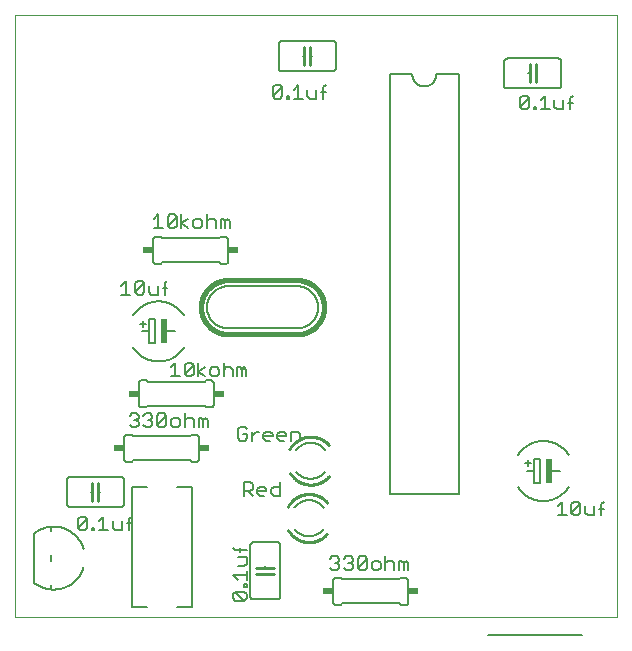
<source format=gto>
G75*
%MOIN*%
%OFA0B0*%
%FSLAX25Y25*%
%IPPOS*%
%LPD*%
%AMOC8*
5,1,8,0,0,1.08239X$1,22.5*
%
%ADD10C,0.00000*%
%ADD11C,0.00600*%
%ADD12C,0.01000*%
%ADD13C,0.00500*%
%ADD14R,0.02000X0.08000*%
%ADD15C,0.01600*%
%ADD16R,0.03400X0.02400*%
%ADD17C,0.00800*%
D10*
X0014920Y0007058D02*
X0014920Y0207846D01*
X0215707Y0207846D01*
X0215707Y0007058D01*
X0014920Y0007058D01*
D11*
X0033193Y0043933D02*
X0050193Y0043933D01*
X0050253Y0043935D01*
X0050314Y0043940D01*
X0050373Y0043949D01*
X0050432Y0043962D01*
X0050491Y0043978D01*
X0050548Y0043998D01*
X0050603Y0044021D01*
X0050658Y0044048D01*
X0050710Y0044077D01*
X0050761Y0044110D01*
X0050810Y0044146D01*
X0050856Y0044184D01*
X0050900Y0044226D01*
X0050942Y0044270D01*
X0050980Y0044316D01*
X0051016Y0044365D01*
X0051049Y0044416D01*
X0051078Y0044468D01*
X0051105Y0044523D01*
X0051128Y0044578D01*
X0051148Y0044635D01*
X0051164Y0044694D01*
X0051177Y0044753D01*
X0051186Y0044812D01*
X0051191Y0044873D01*
X0051193Y0044933D01*
X0051193Y0052933D01*
X0051191Y0052993D01*
X0051186Y0053054D01*
X0051177Y0053113D01*
X0051164Y0053172D01*
X0051148Y0053231D01*
X0051128Y0053288D01*
X0051105Y0053343D01*
X0051078Y0053398D01*
X0051049Y0053450D01*
X0051016Y0053501D01*
X0050980Y0053550D01*
X0050942Y0053596D01*
X0050900Y0053640D01*
X0050856Y0053682D01*
X0050810Y0053720D01*
X0050761Y0053756D01*
X0050710Y0053789D01*
X0050658Y0053818D01*
X0050603Y0053845D01*
X0050548Y0053868D01*
X0050491Y0053888D01*
X0050432Y0053904D01*
X0050373Y0053917D01*
X0050314Y0053926D01*
X0050253Y0053931D01*
X0050193Y0053933D01*
X0033193Y0053933D01*
X0033133Y0053931D01*
X0033072Y0053926D01*
X0033013Y0053917D01*
X0032954Y0053904D01*
X0032895Y0053888D01*
X0032838Y0053868D01*
X0032783Y0053845D01*
X0032728Y0053818D01*
X0032676Y0053789D01*
X0032625Y0053756D01*
X0032576Y0053720D01*
X0032530Y0053682D01*
X0032486Y0053640D01*
X0032444Y0053596D01*
X0032406Y0053550D01*
X0032370Y0053501D01*
X0032337Y0053450D01*
X0032308Y0053398D01*
X0032281Y0053343D01*
X0032258Y0053288D01*
X0032238Y0053231D01*
X0032222Y0053172D01*
X0032209Y0053113D01*
X0032200Y0053054D01*
X0032195Y0052993D01*
X0032193Y0052933D01*
X0032193Y0044933D01*
X0032195Y0044873D01*
X0032200Y0044812D01*
X0032209Y0044753D01*
X0032222Y0044694D01*
X0032238Y0044635D01*
X0032258Y0044578D01*
X0032281Y0044523D01*
X0032308Y0044468D01*
X0032337Y0044416D01*
X0032370Y0044365D01*
X0032406Y0044316D01*
X0032444Y0044270D01*
X0032486Y0044226D01*
X0032530Y0044184D01*
X0032576Y0044146D01*
X0032625Y0044110D01*
X0032676Y0044077D01*
X0032728Y0044048D01*
X0032783Y0044021D01*
X0032838Y0043998D01*
X0032895Y0043978D01*
X0032954Y0043962D01*
X0033013Y0043949D01*
X0033072Y0043940D01*
X0033133Y0043935D01*
X0033193Y0043933D01*
X0040193Y0048933D02*
X0040693Y0048933D01*
X0042693Y0048933D02*
X0043193Y0048933D01*
X0052266Y0058953D02*
X0053766Y0058953D01*
X0054266Y0059453D01*
X0073266Y0059453D01*
X0073766Y0058953D01*
X0075266Y0058953D01*
X0075326Y0058955D01*
X0075387Y0058960D01*
X0075446Y0058969D01*
X0075505Y0058982D01*
X0075564Y0058998D01*
X0075621Y0059018D01*
X0075676Y0059041D01*
X0075731Y0059068D01*
X0075783Y0059097D01*
X0075834Y0059130D01*
X0075883Y0059166D01*
X0075929Y0059204D01*
X0075973Y0059246D01*
X0076015Y0059290D01*
X0076053Y0059336D01*
X0076089Y0059385D01*
X0076122Y0059436D01*
X0076151Y0059488D01*
X0076178Y0059543D01*
X0076201Y0059598D01*
X0076221Y0059655D01*
X0076237Y0059714D01*
X0076250Y0059773D01*
X0076259Y0059832D01*
X0076264Y0059893D01*
X0076266Y0059953D01*
X0076266Y0066953D01*
X0076264Y0067013D01*
X0076259Y0067074D01*
X0076250Y0067133D01*
X0076237Y0067192D01*
X0076221Y0067251D01*
X0076201Y0067308D01*
X0076178Y0067363D01*
X0076151Y0067418D01*
X0076122Y0067470D01*
X0076089Y0067521D01*
X0076053Y0067570D01*
X0076015Y0067616D01*
X0075973Y0067660D01*
X0075929Y0067702D01*
X0075883Y0067740D01*
X0075834Y0067776D01*
X0075783Y0067809D01*
X0075731Y0067838D01*
X0075676Y0067865D01*
X0075621Y0067888D01*
X0075564Y0067908D01*
X0075505Y0067924D01*
X0075446Y0067937D01*
X0075387Y0067946D01*
X0075326Y0067951D01*
X0075266Y0067953D01*
X0073766Y0067953D01*
X0073266Y0067453D01*
X0054266Y0067453D01*
X0053766Y0067953D01*
X0052266Y0067953D01*
X0052206Y0067951D01*
X0052145Y0067946D01*
X0052086Y0067937D01*
X0052027Y0067924D01*
X0051968Y0067908D01*
X0051911Y0067888D01*
X0051856Y0067865D01*
X0051801Y0067838D01*
X0051749Y0067809D01*
X0051698Y0067776D01*
X0051649Y0067740D01*
X0051603Y0067702D01*
X0051559Y0067660D01*
X0051517Y0067616D01*
X0051479Y0067570D01*
X0051443Y0067521D01*
X0051410Y0067470D01*
X0051381Y0067418D01*
X0051354Y0067363D01*
X0051331Y0067308D01*
X0051311Y0067251D01*
X0051295Y0067192D01*
X0051282Y0067133D01*
X0051273Y0067074D01*
X0051268Y0067013D01*
X0051266Y0066953D01*
X0051266Y0059953D01*
X0051268Y0059893D01*
X0051273Y0059832D01*
X0051282Y0059773D01*
X0051295Y0059714D01*
X0051311Y0059655D01*
X0051331Y0059598D01*
X0051354Y0059543D01*
X0051381Y0059488D01*
X0051410Y0059436D01*
X0051443Y0059385D01*
X0051479Y0059336D01*
X0051517Y0059290D01*
X0051559Y0059246D01*
X0051603Y0059204D01*
X0051649Y0059166D01*
X0051698Y0059130D01*
X0051749Y0059097D01*
X0051801Y0059068D01*
X0051856Y0059041D01*
X0051911Y0059018D01*
X0051968Y0058998D01*
X0052027Y0058982D01*
X0052086Y0058969D01*
X0052145Y0058960D01*
X0052206Y0058955D01*
X0052266Y0058953D01*
X0057104Y0077061D02*
X0058604Y0077061D01*
X0059104Y0077561D01*
X0078104Y0077561D01*
X0078604Y0077061D01*
X0080104Y0077061D01*
X0080164Y0077063D01*
X0080225Y0077068D01*
X0080284Y0077077D01*
X0080343Y0077090D01*
X0080402Y0077106D01*
X0080459Y0077126D01*
X0080514Y0077149D01*
X0080569Y0077176D01*
X0080621Y0077205D01*
X0080672Y0077238D01*
X0080721Y0077274D01*
X0080767Y0077312D01*
X0080811Y0077354D01*
X0080853Y0077398D01*
X0080891Y0077444D01*
X0080927Y0077493D01*
X0080960Y0077544D01*
X0080989Y0077596D01*
X0081016Y0077651D01*
X0081039Y0077706D01*
X0081059Y0077763D01*
X0081075Y0077822D01*
X0081088Y0077881D01*
X0081097Y0077940D01*
X0081102Y0078001D01*
X0081104Y0078061D01*
X0081104Y0085061D01*
X0081102Y0085121D01*
X0081097Y0085182D01*
X0081088Y0085241D01*
X0081075Y0085300D01*
X0081059Y0085359D01*
X0081039Y0085416D01*
X0081016Y0085471D01*
X0080989Y0085526D01*
X0080960Y0085578D01*
X0080927Y0085629D01*
X0080891Y0085678D01*
X0080853Y0085724D01*
X0080811Y0085768D01*
X0080767Y0085810D01*
X0080721Y0085848D01*
X0080672Y0085884D01*
X0080621Y0085917D01*
X0080569Y0085946D01*
X0080514Y0085973D01*
X0080459Y0085996D01*
X0080402Y0086016D01*
X0080343Y0086032D01*
X0080284Y0086045D01*
X0080225Y0086054D01*
X0080164Y0086059D01*
X0080104Y0086061D01*
X0078604Y0086061D01*
X0078104Y0085561D01*
X0059104Y0085561D01*
X0058604Y0086061D01*
X0057104Y0086061D01*
X0057044Y0086059D01*
X0056983Y0086054D01*
X0056924Y0086045D01*
X0056865Y0086032D01*
X0056806Y0086016D01*
X0056749Y0085996D01*
X0056694Y0085973D01*
X0056639Y0085946D01*
X0056587Y0085917D01*
X0056536Y0085884D01*
X0056487Y0085848D01*
X0056441Y0085810D01*
X0056397Y0085768D01*
X0056355Y0085724D01*
X0056317Y0085678D01*
X0056281Y0085629D01*
X0056248Y0085578D01*
X0056219Y0085526D01*
X0056192Y0085471D01*
X0056169Y0085416D01*
X0056149Y0085359D01*
X0056133Y0085300D01*
X0056120Y0085241D01*
X0056111Y0085182D01*
X0056106Y0085121D01*
X0056104Y0085061D01*
X0056104Y0078061D01*
X0056106Y0078001D01*
X0056111Y0077940D01*
X0056120Y0077881D01*
X0056133Y0077822D01*
X0056149Y0077763D01*
X0056169Y0077706D01*
X0056192Y0077651D01*
X0056219Y0077596D01*
X0056248Y0077544D01*
X0056281Y0077493D01*
X0056317Y0077444D01*
X0056355Y0077398D01*
X0056397Y0077354D01*
X0056441Y0077312D01*
X0056487Y0077274D01*
X0056536Y0077238D01*
X0056587Y0077205D01*
X0056639Y0077176D01*
X0056694Y0077149D01*
X0056749Y0077126D01*
X0056806Y0077106D01*
X0056865Y0077090D01*
X0056924Y0077077D01*
X0056983Y0077068D01*
X0057044Y0077063D01*
X0057104Y0077061D01*
X0059711Y0098372D02*
X0061711Y0098372D01*
X0061711Y0106372D01*
X0059711Y0106372D01*
X0059711Y0102372D01*
X0059711Y0098372D01*
X0059711Y0102372D02*
X0057211Y0102372D01*
X0057711Y0103872D02*
X0057711Y0105872D01*
X0056711Y0104872D02*
X0058711Y0104872D01*
X0054224Y0097084D02*
X0054355Y0096878D01*
X0054492Y0096676D01*
X0054634Y0096477D01*
X0054780Y0096281D01*
X0054931Y0096089D01*
X0055087Y0095901D01*
X0055247Y0095717D01*
X0055412Y0095537D01*
X0055581Y0095360D01*
X0055754Y0095188D01*
X0055932Y0095021D01*
X0056113Y0094857D01*
X0056299Y0094698D01*
X0056488Y0094544D01*
X0056681Y0094394D01*
X0056878Y0094249D01*
X0057078Y0094109D01*
X0057281Y0093974D01*
X0057488Y0093844D01*
X0057698Y0093719D01*
X0057911Y0093599D01*
X0058126Y0093485D01*
X0058345Y0093376D01*
X0058566Y0093272D01*
X0058789Y0093173D01*
X0059015Y0093080D01*
X0059243Y0092993D01*
X0059473Y0092911D01*
X0059705Y0092834D01*
X0059939Y0092764D01*
X0060175Y0092699D01*
X0060412Y0092640D01*
X0060650Y0092587D01*
X0060889Y0092539D01*
X0061130Y0092498D01*
X0061372Y0092462D01*
X0061614Y0092432D01*
X0061857Y0092409D01*
X0062101Y0092391D01*
X0062345Y0092379D01*
X0062589Y0092373D01*
X0062833Y0092373D01*
X0063077Y0092379D01*
X0063321Y0092391D01*
X0063565Y0092409D01*
X0063808Y0092432D01*
X0064050Y0092462D01*
X0064292Y0092498D01*
X0064533Y0092539D01*
X0064772Y0092587D01*
X0065010Y0092640D01*
X0065247Y0092699D01*
X0065483Y0092764D01*
X0065717Y0092834D01*
X0065949Y0092911D01*
X0066179Y0092993D01*
X0066407Y0093080D01*
X0066633Y0093173D01*
X0066856Y0093272D01*
X0067077Y0093376D01*
X0067296Y0093485D01*
X0067511Y0093599D01*
X0067724Y0093719D01*
X0067934Y0093844D01*
X0068141Y0093974D01*
X0068344Y0094109D01*
X0068544Y0094249D01*
X0068741Y0094394D01*
X0068934Y0094544D01*
X0069123Y0094698D01*
X0069309Y0094857D01*
X0069490Y0095021D01*
X0069668Y0095188D01*
X0069841Y0095360D01*
X0070010Y0095537D01*
X0070175Y0095717D01*
X0070335Y0095901D01*
X0070491Y0096089D01*
X0070642Y0096281D01*
X0070788Y0096477D01*
X0070930Y0096676D01*
X0071067Y0096878D01*
X0071198Y0097084D01*
X0068211Y0102372D02*
X0065211Y0102372D01*
X0071198Y0107660D02*
X0071067Y0107866D01*
X0070930Y0108068D01*
X0070788Y0108267D01*
X0070642Y0108463D01*
X0070491Y0108655D01*
X0070335Y0108843D01*
X0070175Y0109027D01*
X0070010Y0109207D01*
X0069841Y0109384D01*
X0069668Y0109556D01*
X0069490Y0109723D01*
X0069309Y0109887D01*
X0069123Y0110046D01*
X0068934Y0110200D01*
X0068741Y0110350D01*
X0068544Y0110495D01*
X0068344Y0110635D01*
X0068141Y0110770D01*
X0067934Y0110900D01*
X0067724Y0111025D01*
X0067511Y0111145D01*
X0067296Y0111259D01*
X0067077Y0111368D01*
X0066856Y0111472D01*
X0066633Y0111571D01*
X0066407Y0111664D01*
X0066179Y0111751D01*
X0065949Y0111833D01*
X0065717Y0111910D01*
X0065483Y0111980D01*
X0065247Y0112045D01*
X0065010Y0112104D01*
X0064772Y0112157D01*
X0064533Y0112205D01*
X0064292Y0112246D01*
X0064050Y0112282D01*
X0063808Y0112312D01*
X0063565Y0112335D01*
X0063321Y0112353D01*
X0063077Y0112365D01*
X0062833Y0112371D01*
X0062589Y0112371D01*
X0062345Y0112365D01*
X0062101Y0112353D01*
X0061857Y0112335D01*
X0061614Y0112312D01*
X0061372Y0112282D01*
X0061130Y0112246D01*
X0060889Y0112205D01*
X0060650Y0112157D01*
X0060412Y0112104D01*
X0060175Y0112045D01*
X0059939Y0111980D01*
X0059705Y0111910D01*
X0059473Y0111833D01*
X0059243Y0111751D01*
X0059015Y0111664D01*
X0058789Y0111571D01*
X0058566Y0111472D01*
X0058345Y0111368D01*
X0058126Y0111259D01*
X0057911Y0111145D01*
X0057698Y0111025D01*
X0057488Y0110900D01*
X0057281Y0110770D01*
X0057078Y0110635D01*
X0056878Y0110495D01*
X0056681Y0110350D01*
X0056488Y0110200D01*
X0056299Y0110046D01*
X0056113Y0109887D01*
X0055932Y0109723D01*
X0055754Y0109556D01*
X0055581Y0109384D01*
X0055412Y0109207D01*
X0055247Y0109027D01*
X0055087Y0108843D01*
X0054931Y0108655D01*
X0054780Y0108463D01*
X0054634Y0108267D01*
X0054492Y0108068D01*
X0054355Y0107866D01*
X0054224Y0107660D01*
X0061949Y0124880D02*
X0063449Y0124880D01*
X0063949Y0125380D01*
X0082949Y0125380D01*
X0083449Y0124880D01*
X0084949Y0124880D01*
X0085009Y0124882D01*
X0085070Y0124887D01*
X0085129Y0124896D01*
X0085188Y0124909D01*
X0085247Y0124925D01*
X0085304Y0124945D01*
X0085359Y0124968D01*
X0085414Y0124995D01*
X0085466Y0125024D01*
X0085517Y0125057D01*
X0085566Y0125093D01*
X0085612Y0125131D01*
X0085656Y0125173D01*
X0085698Y0125217D01*
X0085736Y0125263D01*
X0085772Y0125312D01*
X0085805Y0125363D01*
X0085834Y0125415D01*
X0085861Y0125470D01*
X0085884Y0125525D01*
X0085904Y0125582D01*
X0085920Y0125641D01*
X0085933Y0125700D01*
X0085942Y0125759D01*
X0085947Y0125820D01*
X0085949Y0125880D01*
X0085949Y0132880D01*
X0085947Y0132940D01*
X0085942Y0133001D01*
X0085933Y0133060D01*
X0085920Y0133119D01*
X0085904Y0133178D01*
X0085884Y0133235D01*
X0085861Y0133290D01*
X0085834Y0133345D01*
X0085805Y0133397D01*
X0085772Y0133448D01*
X0085736Y0133497D01*
X0085698Y0133543D01*
X0085656Y0133587D01*
X0085612Y0133629D01*
X0085566Y0133667D01*
X0085517Y0133703D01*
X0085466Y0133736D01*
X0085414Y0133765D01*
X0085359Y0133792D01*
X0085304Y0133815D01*
X0085247Y0133835D01*
X0085188Y0133851D01*
X0085129Y0133864D01*
X0085070Y0133873D01*
X0085009Y0133878D01*
X0084949Y0133880D01*
X0083449Y0133880D01*
X0082949Y0133380D01*
X0063949Y0133380D01*
X0063449Y0133880D01*
X0061949Y0133880D01*
X0061889Y0133878D01*
X0061828Y0133873D01*
X0061769Y0133864D01*
X0061710Y0133851D01*
X0061651Y0133835D01*
X0061594Y0133815D01*
X0061539Y0133792D01*
X0061484Y0133765D01*
X0061432Y0133736D01*
X0061381Y0133703D01*
X0061332Y0133667D01*
X0061286Y0133629D01*
X0061242Y0133587D01*
X0061200Y0133543D01*
X0061162Y0133497D01*
X0061126Y0133448D01*
X0061093Y0133397D01*
X0061064Y0133345D01*
X0061037Y0133290D01*
X0061014Y0133235D01*
X0060994Y0133178D01*
X0060978Y0133119D01*
X0060965Y0133060D01*
X0060956Y0133001D01*
X0060951Y0132940D01*
X0060949Y0132880D01*
X0060949Y0125880D01*
X0060951Y0125820D01*
X0060956Y0125759D01*
X0060965Y0125700D01*
X0060978Y0125641D01*
X0060994Y0125582D01*
X0061014Y0125525D01*
X0061037Y0125470D01*
X0061064Y0125415D01*
X0061093Y0125363D01*
X0061126Y0125312D01*
X0061162Y0125263D01*
X0061200Y0125217D01*
X0061242Y0125173D01*
X0061286Y0125131D01*
X0061332Y0125093D01*
X0061381Y0125057D01*
X0061432Y0125024D01*
X0061484Y0124995D01*
X0061539Y0124968D01*
X0061594Y0124945D01*
X0061651Y0124925D01*
X0061710Y0124909D01*
X0061769Y0124896D01*
X0061828Y0124887D01*
X0061889Y0124882D01*
X0061949Y0124880D01*
X0085905Y0117432D02*
X0108905Y0117432D01*
X0109075Y0117430D01*
X0109246Y0117424D01*
X0109416Y0117413D01*
X0109586Y0117399D01*
X0109755Y0117380D01*
X0109924Y0117357D01*
X0110093Y0117331D01*
X0110260Y0117300D01*
X0110427Y0117265D01*
X0110593Y0117225D01*
X0110758Y0117182D01*
X0110922Y0117135D01*
X0111084Y0117084D01*
X0111246Y0117029D01*
X0111406Y0116970D01*
X0111564Y0116907D01*
X0111721Y0116841D01*
X0111876Y0116770D01*
X0112030Y0116696D01*
X0112181Y0116618D01*
X0112331Y0116536D01*
X0112479Y0116451D01*
X0112624Y0116362D01*
X0112767Y0116270D01*
X0112908Y0116174D01*
X0113047Y0116075D01*
X0113183Y0115972D01*
X0113317Y0115867D01*
X0113448Y0115758D01*
X0113576Y0115645D01*
X0113702Y0115530D01*
X0113825Y0115412D01*
X0113944Y0115291D01*
X0114061Y0115166D01*
X0114175Y0115039D01*
X0114286Y0114910D01*
X0114393Y0114777D01*
X0114497Y0114642D01*
X0114598Y0114505D01*
X0114696Y0114365D01*
X0114790Y0114223D01*
X0114880Y0114079D01*
X0114967Y0113932D01*
X0115051Y0113783D01*
X0115130Y0113633D01*
X0115206Y0113480D01*
X0115279Y0113326D01*
X0115347Y0113170D01*
X0115412Y0113012D01*
X0115473Y0112853D01*
X0115530Y0112692D01*
X0115583Y0112530D01*
X0115632Y0112367D01*
X0115677Y0112203D01*
X0115718Y0112037D01*
X0115756Y0111871D01*
X0115789Y0111703D01*
X0115817Y0111535D01*
X0115842Y0111367D01*
X0115863Y0111198D01*
X0115880Y0111028D01*
X0115892Y0110858D01*
X0115900Y0110688D01*
X0115904Y0110517D01*
X0115904Y0110347D01*
X0115900Y0110176D01*
X0115892Y0110006D01*
X0115880Y0109836D01*
X0115863Y0109666D01*
X0115842Y0109497D01*
X0115817Y0109329D01*
X0115789Y0109161D01*
X0115756Y0108993D01*
X0115718Y0108827D01*
X0115677Y0108661D01*
X0115632Y0108497D01*
X0115583Y0108334D01*
X0115530Y0108172D01*
X0115473Y0108011D01*
X0115412Y0107852D01*
X0115347Y0107694D01*
X0115279Y0107538D01*
X0115206Y0107384D01*
X0115130Y0107231D01*
X0115051Y0107081D01*
X0114967Y0106932D01*
X0114880Y0106785D01*
X0114790Y0106641D01*
X0114696Y0106499D01*
X0114598Y0106359D01*
X0114497Y0106222D01*
X0114393Y0106087D01*
X0114286Y0105954D01*
X0114175Y0105825D01*
X0114061Y0105698D01*
X0113944Y0105573D01*
X0113825Y0105452D01*
X0113702Y0105334D01*
X0113576Y0105219D01*
X0113448Y0105106D01*
X0113317Y0104997D01*
X0113183Y0104892D01*
X0113047Y0104789D01*
X0112908Y0104690D01*
X0112767Y0104594D01*
X0112624Y0104502D01*
X0112479Y0104413D01*
X0112331Y0104328D01*
X0112181Y0104246D01*
X0112030Y0104168D01*
X0111876Y0104094D01*
X0111721Y0104023D01*
X0111564Y0103957D01*
X0111406Y0103894D01*
X0111246Y0103835D01*
X0111084Y0103780D01*
X0110922Y0103729D01*
X0110758Y0103682D01*
X0110593Y0103639D01*
X0110427Y0103599D01*
X0110260Y0103564D01*
X0110093Y0103533D01*
X0109924Y0103507D01*
X0109755Y0103484D01*
X0109586Y0103465D01*
X0109416Y0103451D01*
X0109246Y0103440D01*
X0109075Y0103434D01*
X0108905Y0103432D01*
X0085905Y0103432D01*
X0085735Y0103434D01*
X0085564Y0103440D01*
X0085394Y0103451D01*
X0085224Y0103465D01*
X0085055Y0103484D01*
X0084886Y0103507D01*
X0084717Y0103533D01*
X0084550Y0103564D01*
X0084383Y0103599D01*
X0084217Y0103639D01*
X0084052Y0103682D01*
X0083888Y0103729D01*
X0083726Y0103780D01*
X0083564Y0103835D01*
X0083404Y0103894D01*
X0083246Y0103957D01*
X0083089Y0104023D01*
X0082934Y0104094D01*
X0082780Y0104168D01*
X0082629Y0104246D01*
X0082479Y0104328D01*
X0082331Y0104413D01*
X0082186Y0104502D01*
X0082043Y0104594D01*
X0081902Y0104690D01*
X0081763Y0104789D01*
X0081627Y0104892D01*
X0081493Y0104997D01*
X0081362Y0105106D01*
X0081234Y0105219D01*
X0081108Y0105334D01*
X0080985Y0105452D01*
X0080866Y0105573D01*
X0080749Y0105698D01*
X0080635Y0105825D01*
X0080524Y0105954D01*
X0080417Y0106087D01*
X0080313Y0106222D01*
X0080212Y0106359D01*
X0080114Y0106499D01*
X0080020Y0106641D01*
X0079930Y0106785D01*
X0079843Y0106932D01*
X0079759Y0107081D01*
X0079680Y0107231D01*
X0079604Y0107384D01*
X0079531Y0107538D01*
X0079463Y0107694D01*
X0079398Y0107852D01*
X0079337Y0108011D01*
X0079280Y0108172D01*
X0079227Y0108334D01*
X0079178Y0108497D01*
X0079133Y0108661D01*
X0079092Y0108827D01*
X0079054Y0108993D01*
X0079021Y0109161D01*
X0078993Y0109329D01*
X0078968Y0109497D01*
X0078947Y0109666D01*
X0078930Y0109836D01*
X0078918Y0110006D01*
X0078910Y0110176D01*
X0078906Y0110347D01*
X0078906Y0110517D01*
X0078910Y0110688D01*
X0078918Y0110858D01*
X0078930Y0111028D01*
X0078947Y0111198D01*
X0078968Y0111367D01*
X0078993Y0111535D01*
X0079021Y0111703D01*
X0079054Y0111871D01*
X0079092Y0112037D01*
X0079133Y0112203D01*
X0079178Y0112367D01*
X0079227Y0112530D01*
X0079280Y0112692D01*
X0079337Y0112853D01*
X0079398Y0113012D01*
X0079463Y0113170D01*
X0079531Y0113326D01*
X0079604Y0113480D01*
X0079680Y0113633D01*
X0079759Y0113783D01*
X0079843Y0113932D01*
X0079930Y0114079D01*
X0080020Y0114223D01*
X0080114Y0114365D01*
X0080212Y0114505D01*
X0080313Y0114642D01*
X0080417Y0114777D01*
X0080524Y0114910D01*
X0080635Y0115039D01*
X0080749Y0115166D01*
X0080866Y0115291D01*
X0080985Y0115412D01*
X0081108Y0115530D01*
X0081234Y0115645D01*
X0081362Y0115758D01*
X0081493Y0115867D01*
X0081627Y0115972D01*
X0081763Y0116075D01*
X0081902Y0116174D01*
X0082043Y0116270D01*
X0082186Y0116362D01*
X0082331Y0116451D01*
X0082479Y0116536D01*
X0082629Y0116618D01*
X0082780Y0116696D01*
X0082934Y0116770D01*
X0083089Y0116841D01*
X0083246Y0116907D01*
X0083404Y0116970D01*
X0083564Y0117029D01*
X0083726Y0117084D01*
X0083888Y0117135D01*
X0084052Y0117182D01*
X0084217Y0117225D01*
X0084383Y0117265D01*
X0084550Y0117300D01*
X0084717Y0117331D01*
X0084886Y0117357D01*
X0085055Y0117380D01*
X0085224Y0117399D01*
X0085394Y0117413D01*
X0085564Y0117424D01*
X0085735Y0117430D01*
X0085905Y0117432D01*
X0113452Y0065275D02*
X0113606Y0065273D01*
X0113760Y0065267D01*
X0113914Y0065257D01*
X0114068Y0065243D01*
X0114221Y0065226D01*
X0114373Y0065204D01*
X0114525Y0065178D01*
X0114677Y0065149D01*
X0114827Y0065115D01*
X0114977Y0065078D01*
X0115125Y0065037D01*
X0115273Y0064992D01*
X0115419Y0064943D01*
X0115564Y0064891D01*
X0115707Y0064835D01*
X0115850Y0064775D01*
X0115990Y0064712D01*
X0116129Y0064645D01*
X0116266Y0064574D01*
X0116401Y0064500D01*
X0116534Y0064423D01*
X0116666Y0064342D01*
X0116795Y0064258D01*
X0116922Y0064170D01*
X0117046Y0064079D01*
X0117168Y0063986D01*
X0117288Y0063888D01*
X0117405Y0063788D01*
X0117520Y0063685D01*
X0117632Y0063579D01*
X0117741Y0063471D01*
X0117847Y0063359D01*
X0117951Y0063245D01*
X0118051Y0063128D01*
X0118149Y0063009D01*
X0118243Y0062887D01*
X0118334Y0062762D01*
X0113452Y0053275D02*
X0113300Y0053277D01*
X0113149Y0053283D01*
X0112998Y0053292D01*
X0112846Y0053306D01*
X0112696Y0053323D01*
X0112546Y0053344D01*
X0112396Y0053369D01*
X0112247Y0053397D01*
X0112099Y0053430D01*
X0111952Y0053466D01*
X0111805Y0053505D01*
X0111660Y0053549D01*
X0111516Y0053596D01*
X0111373Y0053647D01*
X0111232Y0053701D01*
X0111091Y0053759D01*
X0110953Y0053820D01*
X0110816Y0053885D01*
X0110680Y0053954D01*
X0110547Y0054025D01*
X0110415Y0054100D01*
X0110285Y0054179D01*
X0110158Y0054260D01*
X0110032Y0054345D01*
X0109908Y0054433D01*
X0109787Y0054524D01*
X0109668Y0054618D01*
X0109552Y0054716D01*
X0109438Y0054816D01*
X0109326Y0054918D01*
X0109218Y0055024D01*
X0109112Y0055132D01*
X0109008Y0055243D01*
X0108908Y0055357D01*
X0108810Y0055473D01*
X0108716Y0055592D01*
X0113452Y0053275D02*
X0113604Y0053277D01*
X0113755Y0053283D01*
X0113906Y0053292D01*
X0114058Y0053306D01*
X0114208Y0053323D01*
X0114358Y0053344D01*
X0114508Y0053369D01*
X0114657Y0053397D01*
X0114805Y0053430D01*
X0114952Y0053466D01*
X0115099Y0053505D01*
X0115244Y0053549D01*
X0115388Y0053596D01*
X0115531Y0053647D01*
X0115672Y0053701D01*
X0115813Y0053759D01*
X0115951Y0053820D01*
X0116088Y0053885D01*
X0116224Y0053954D01*
X0116357Y0054025D01*
X0116489Y0054100D01*
X0116619Y0054179D01*
X0116746Y0054260D01*
X0116872Y0054345D01*
X0116996Y0054433D01*
X0117117Y0054524D01*
X0117236Y0054618D01*
X0117352Y0054716D01*
X0117466Y0054816D01*
X0117578Y0054918D01*
X0117686Y0055024D01*
X0117792Y0055132D01*
X0117896Y0055243D01*
X0117996Y0055357D01*
X0118094Y0055473D01*
X0118188Y0055592D01*
X0113452Y0065275D02*
X0113302Y0065273D01*
X0113151Y0065267D01*
X0113001Y0065258D01*
X0112852Y0065245D01*
X0112702Y0065228D01*
X0112553Y0065207D01*
X0112405Y0065183D01*
X0112257Y0065155D01*
X0112110Y0065123D01*
X0111964Y0065088D01*
X0111819Y0065048D01*
X0111675Y0065006D01*
X0111532Y0064959D01*
X0111390Y0064909D01*
X0111249Y0064856D01*
X0111110Y0064799D01*
X0110972Y0064739D01*
X0110836Y0064675D01*
X0110702Y0064608D01*
X0110569Y0064537D01*
X0110438Y0064463D01*
X0110309Y0064386D01*
X0110182Y0064305D01*
X0110057Y0064222D01*
X0109934Y0064135D01*
X0109813Y0064046D01*
X0109695Y0063953D01*
X0109579Y0063857D01*
X0109465Y0063759D01*
X0109354Y0063658D01*
X0109245Y0063553D01*
X0109140Y0063447D01*
X0109036Y0063337D01*
X0108936Y0063225D01*
X0108838Y0063111D01*
X0108744Y0062994D01*
X0108652Y0062875D01*
X0112855Y0046125D02*
X0113009Y0046123D01*
X0113163Y0046117D01*
X0113317Y0046107D01*
X0113471Y0046093D01*
X0113624Y0046076D01*
X0113776Y0046054D01*
X0113928Y0046028D01*
X0114080Y0045999D01*
X0114230Y0045965D01*
X0114380Y0045928D01*
X0114528Y0045887D01*
X0114676Y0045842D01*
X0114822Y0045793D01*
X0114967Y0045741D01*
X0115110Y0045685D01*
X0115253Y0045625D01*
X0115393Y0045562D01*
X0115532Y0045495D01*
X0115669Y0045424D01*
X0115804Y0045350D01*
X0115937Y0045273D01*
X0116069Y0045192D01*
X0116198Y0045108D01*
X0116325Y0045020D01*
X0116449Y0044929D01*
X0116571Y0044836D01*
X0116691Y0044738D01*
X0116808Y0044638D01*
X0116923Y0044535D01*
X0117035Y0044429D01*
X0117144Y0044321D01*
X0117250Y0044209D01*
X0117354Y0044095D01*
X0117454Y0043978D01*
X0117552Y0043859D01*
X0117646Y0043737D01*
X0117737Y0043612D01*
X0112856Y0034125D02*
X0112704Y0034127D01*
X0112553Y0034133D01*
X0112402Y0034142D01*
X0112250Y0034156D01*
X0112100Y0034173D01*
X0111950Y0034194D01*
X0111800Y0034219D01*
X0111651Y0034247D01*
X0111503Y0034280D01*
X0111356Y0034316D01*
X0111209Y0034355D01*
X0111064Y0034399D01*
X0110920Y0034446D01*
X0110777Y0034497D01*
X0110636Y0034551D01*
X0110495Y0034609D01*
X0110357Y0034670D01*
X0110220Y0034735D01*
X0110084Y0034804D01*
X0109951Y0034875D01*
X0109819Y0034950D01*
X0109689Y0035029D01*
X0109562Y0035110D01*
X0109436Y0035195D01*
X0109312Y0035283D01*
X0109191Y0035374D01*
X0109072Y0035468D01*
X0108956Y0035566D01*
X0108842Y0035666D01*
X0108730Y0035768D01*
X0108622Y0035874D01*
X0108516Y0035982D01*
X0108412Y0036093D01*
X0108312Y0036207D01*
X0108214Y0036323D01*
X0108120Y0036442D01*
X0112855Y0034125D02*
X0113007Y0034127D01*
X0113158Y0034133D01*
X0113309Y0034142D01*
X0113461Y0034156D01*
X0113611Y0034173D01*
X0113761Y0034194D01*
X0113911Y0034219D01*
X0114060Y0034247D01*
X0114208Y0034280D01*
X0114355Y0034316D01*
X0114502Y0034355D01*
X0114647Y0034399D01*
X0114791Y0034446D01*
X0114934Y0034497D01*
X0115075Y0034551D01*
X0115216Y0034609D01*
X0115354Y0034670D01*
X0115491Y0034735D01*
X0115627Y0034804D01*
X0115760Y0034875D01*
X0115892Y0034950D01*
X0116022Y0035029D01*
X0116149Y0035110D01*
X0116275Y0035195D01*
X0116399Y0035283D01*
X0116520Y0035374D01*
X0116639Y0035468D01*
X0116755Y0035566D01*
X0116869Y0035666D01*
X0116981Y0035768D01*
X0117089Y0035874D01*
X0117195Y0035982D01*
X0117299Y0036093D01*
X0117399Y0036207D01*
X0117497Y0036323D01*
X0117591Y0036442D01*
X0112856Y0046125D02*
X0112706Y0046123D01*
X0112555Y0046117D01*
X0112405Y0046108D01*
X0112256Y0046095D01*
X0112106Y0046078D01*
X0111957Y0046057D01*
X0111809Y0046033D01*
X0111661Y0046005D01*
X0111514Y0045973D01*
X0111368Y0045938D01*
X0111223Y0045898D01*
X0111079Y0045856D01*
X0110936Y0045809D01*
X0110794Y0045759D01*
X0110653Y0045706D01*
X0110514Y0045649D01*
X0110376Y0045589D01*
X0110240Y0045525D01*
X0110106Y0045458D01*
X0109973Y0045387D01*
X0109842Y0045313D01*
X0109713Y0045236D01*
X0109586Y0045155D01*
X0109461Y0045072D01*
X0109338Y0044985D01*
X0109217Y0044896D01*
X0109099Y0044803D01*
X0108983Y0044707D01*
X0108869Y0044609D01*
X0108758Y0044508D01*
X0108649Y0044403D01*
X0108544Y0044297D01*
X0108440Y0044187D01*
X0108340Y0044075D01*
X0108242Y0043961D01*
X0108148Y0043844D01*
X0108056Y0043725D01*
X0102337Y0032084D02*
X0094337Y0032084D01*
X0094277Y0032082D01*
X0094216Y0032077D01*
X0094157Y0032068D01*
X0094098Y0032055D01*
X0094039Y0032039D01*
X0093982Y0032019D01*
X0093927Y0031996D01*
X0093872Y0031969D01*
X0093820Y0031940D01*
X0093769Y0031907D01*
X0093720Y0031871D01*
X0093674Y0031833D01*
X0093630Y0031791D01*
X0093588Y0031747D01*
X0093550Y0031701D01*
X0093514Y0031652D01*
X0093481Y0031601D01*
X0093452Y0031549D01*
X0093425Y0031494D01*
X0093402Y0031439D01*
X0093382Y0031382D01*
X0093366Y0031323D01*
X0093353Y0031264D01*
X0093344Y0031205D01*
X0093339Y0031144D01*
X0093337Y0031084D01*
X0093337Y0014084D01*
X0093339Y0014024D01*
X0093344Y0013963D01*
X0093353Y0013904D01*
X0093366Y0013845D01*
X0093382Y0013786D01*
X0093402Y0013729D01*
X0093425Y0013674D01*
X0093452Y0013619D01*
X0093481Y0013567D01*
X0093514Y0013516D01*
X0093550Y0013467D01*
X0093588Y0013421D01*
X0093630Y0013377D01*
X0093674Y0013335D01*
X0093720Y0013297D01*
X0093769Y0013261D01*
X0093820Y0013228D01*
X0093872Y0013199D01*
X0093927Y0013172D01*
X0093982Y0013149D01*
X0094039Y0013129D01*
X0094098Y0013113D01*
X0094157Y0013100D01*
X0094216Y0013091D01*
X0094277Y0013086D01*
X0094337Y0013084D01*
X0102337Y0013084D01*
X0102397Y0013086D01*
X0102458Y0013091D01*
X0102517Y0013100D01*
X0102576Y0013113D01*
X0102635Y0013129D01*
X0102692Y0013149D01*
X0102747Y0013172D01*
X0102802Y0013199D01*
X0102854Y0013228D01*
X0102905Y0013261D01*
X0102954Y0013297D01*
X0103000Y0013335D01*
X0103044Y0013377D01*
X0103086Y0013421D01*
X0103124Y0013467D01*
X0103160Y0013516D01*
X0103193Y0013567D01*
X0103222Y0013619D01*
X0103249Y0013674D01*
X0103272Y0013729D01*
X0103292Y0013786D01*
X0103308Y0013845D01*
X0103321Y0013904D01*
X0103330Y0013963D01*
X0103335Y0014024D01*
X0103337Y0014084D01*
X0103337Y0031084D01*
X0103335Y0031144D01*
X0103330Y0031205D01*
X0103321Y0031264D01*
X0103308Y0031323D01*
X0103292Y0031382D01*
X0103272Y0031439D01*
X0103249Y0031494D01*
X0103222Y0031549D01*
X0103193Y0031601D01*
X0103160Y0031652D01*
X0103124Y0031701D01*
X0103086Y0031747D01*
X0103044Y0031791D01*
X0103000Y0031833D01*
X0102954Y0031871D01*
X0102905Y0031907D01*
X0102854Y0031940D01*
X0102802Y0031969D01*
X0102747Y0031996D01*
X0102692Y0032019D01*
X0102635Y0032039D01*
X0102576Y0032055D01*
X0102517Y0032068D01*
X0102458Y0032077D01*
X0102397Y0032082D01*
X0102337Y0032084D01*
X0098337Y0024084D02*
X0098337Y0023584D01*
X0098337Y0021584D02*
X0098337Y0021084D01*
X0120943Y0019192D02*
X0120943Y0012192D01*
X0120945Y0012132D01*
X0120950Y0012071D01*
X0120959Y0012012D01*
X0120972Y0011953D01*
X0120988Y0011894D01*
X0121008Y0011837D01*
X0121031Y0011782D01*
X0121058Y0011727D01*
X0121087Y0011675D01*
X0121120Y0011624D01*
X0121156Y0011575D01*
X0121194Y0011529D01*
X0121236Y0011485D01*
X0121280Y0011443D01*
X0121326Y0011405D01*
X0121375Y0011369D01*
X0121426Y0011336D01*
X0121478Y0011307D01*
X0121533Y0011280D01*
X0121588Y0011257D01*
X0121645Y0011237D01*
X0121704Y0011221D01*
X0121763Y0011208D01*
X0121822Y0011199D01*
X0121883Y0011194D01*
X0121943Y0011192D01*
X0123443Y0011192D01*
X0123943Y0011692D01*
X0142943Y0011692D01*
X0143443Y0011192D01*
X0144943Y0011192D01*
X0145003Y0011194D01*
X0145064Y0011199D01*
X0145123Y0011208D01*
X0145182Y0011221D01*
X0145241Y0011237D01*
X0145298Y0011257D01*
X0145353Y0011280D01*
X0145408Y0011307D01*
X0145460Y0011336D01*
X0145511Y0011369D01*
X0145560Y0011405D01*
X0145606Y0011443D01*
X0145650Y0011485D01*
X0145692Y0011529D01*
X0145730Y0011575D01*
X0145766Y0011624D01*
X0145799Y0011675D01*
X0145828Y0011727D01*
X0145855Y0011782D01*
X0145878Y0011837D01*
X0145898Y0011894D01*
X0145914Y0011953D01*
X0145927Y0012012D01*
X0145936Y0012071D01*
X0145941Y0012132D01*
X0145943Y0012192D01*
X0145943Y0019192D01*
X0145941Y0019252D01*
X0145936Y0019313D01*
X0145927Y0019372D01*
X0145914Y0019431D01*
X0145898Y0019490D01*
X0145878Y0019547D01*
X0145855Y0019602D01*
X0145828Y0019657D01*
X0145799Y0019709D01*
X0145766Y0019760D01*
X0145730Y0019809D01*
X0145692Y0019855D01*
X0145650Y0019899D01*
X0145606Y0019941D01*
X0145560Y0019979D01*
X0145511Y0020015D01*
X0145460Y0020048D01*
X0145408Y0020077D01*
X0145353Y0020104D01*
X0145298Y0020127D01*
X0145241Y0020147D01*
X0145182Y0020163D01*
X0145123Y0020176D01*
X0145064Y0020185D01*
X0145003Y0020190D01*
X0144943Y0020192D01*
X0143443Y0020192D01*
X0142943Y0019692D01*
X0123943Y0019692D01*
X0123443Y0020192D01*
X0121943Y0020192D01*
X0121883Y0020190D01*
X0121822Y0020185D01*
X0121763Y0020176D01*
X0121704Y0020163D01*
X0121645Y0020147D01*
X0121588Y0020127D01*
X0121533Y0020104D01*
X0121478Y0020077D01*
X0121426Y0020048D01*
X0121375Y0020015D01*
X0121326Y0019979D01*
X0121280Y0019941D01*
X0121236Y0019899D01*
X0121194Y0019855D01*
X0121156Y0019809D01*
X0121120Y0019760D01*
X0121087Y0019709D01*
X0121058Y0019657D01*
X0121031Y0019602D01*
X0121008Y0019547D01*
X0120988Y0019490D01*
X0120972Y0019431D01*
X0120959Y0019372D01*
X0120950Y0019313D01*
X0120945Y0019252D01*
X0120943Y0019192D01*
X0139827Y0048082D02*
X0162827Y0048082D01*
X0162827Y0188082D01*
X0155327Y0188082D01*
X0155325Y0187956D01*
X0155319Y0187831D01*
X0155309Y0187706D01*
X0155295Y0187581D01*
X0155278Y0187456D01*
X0155256Y0187332D01*
X0155231Y0187209D01*
X0155201Y0187087D01*
X0155168Y0186966D01*
X0155131Y0186846D01*
X0155091Y0186727D01*
X0155046Y0186610D01*
X0154998Y0186493D01*
X0154946Y0186379D01*
X0154891Y0186266D01*
X0154832Y0186155D01*
X0154770Y0186046D01*
X0154704Y0185939D01*
X0154635Y0185834D01*
X0154563Y0185731D01*
X0154488Y0185630D01*
X0154409Y0185532D01*
X0154327Y0185437D01*
X0154243Y0185344D01*
X0154155Y0185254D01*
X0154065Y0185166D01*
X0153972Y0185082D01*
X0153877Y0185000D01*
X0153779Y0184921D01*
X0153678Y0184846D01*
X0153575Y0184774D01*
X0153470Y0184705D01*
X0153363Y0184639D01*
X0153254Y0184577D01*
X0153143Y0184518D01*
X0153030Y0184463D01*
X0152916Y0184411D01*
X0152799Y0184363D01*
X0152682Y0184318D01*
X0152563Y0184278D01*
X0152443Y0184241D01*
X0152322Y0184208D01*
X0152200Y0184178D01*
X0152077Y0184153D01*
X0151953Y0184131D01*
X0151828Y0184114D01*
X0151703Y0184100D01*
X0151578Y0184090D01*
X0151453Y0184084D01*
X0151327Y0184082D01*
X0151201Y0184084D01*
X0151076Y0184090D01*
X0150951Y0184100D01*
X0150826Y0184114D01*
X0150701Y0184131D01*
X0150577Y0184153D01*
X0150454Y0184178D01*
X0150332Y0184208D01*
X0150211Y0184241D01*
X0150091Y0184278D01*
X0149972Y0184318D01*
X0149855Y0184363D01*
X0149738Y0184411D01*
X0149624Y0184463D01*
X0149511Y0184518D01*
X0149400Y0184577D01*
X0149291Y0184639D01*
X0149184Y0184705D01*
X0149079Y0184774D01*
X0148976Y0184846D01*
X0148875Y0184921D01*
X0148777Y0185000D01*
X0148682Y0185082D01*
X0148589Y0185166D01*
X0148499Y0185254D01*
X0148411Y0185344D01*
X0148327Y0185437D01*
X0148245Y0185532D01*
X0148166Y0185630D01*
X0148091Y0185731D01*
X0148019Y0185834D01*
X0147950Y0185939D01*
X0147884Y0186046D01*
X0147822Y0186155D01*
X0147763Y0186266D01*
X0147708Y0186379D01*
X0147656Y0186493D01*
X0147608Y0186610D01*
X0147563Y0186727D01*
X0147523Y0186846D01*
X0147486Y0186966D01*
X0147453Y0187087D01*
X0147423Y0187209D01*
X0147398Y0187332D01*
X0147376Y0187456D01*
X0147359Y0187581D01*
X0147345Y0187706D01*
X0147335Y0187831D01*
X0147329Y0187956D01*
X0147327Y0188082D01*
X0139827Y0188082D01*
X0139827Y0048082D01*
X0184963Y0058360D02*
X0186963Y0058360D01*
X0185963Y0057360D02*
X0185963Y0059360D01*
X0187963Y0059860D02*
X0187963Y0055860D01*
X0187963Y0051860D01*
X0189963Y0051860D01*
X0189963Y0059860D01*
X0187963Y0059860D01*
X0187963Y0055860D02*
X0185463Y0055860D01*
X0182476Y0050572D02*
X0182607Y0050366D01*
X0182744Y0050164D01*
X0182886Y0049965D01*
X0183032Y0049769D01*
X0183183Y0049577D01*
X0183339Y0049389D01*
X0183499Y0049205D01*
X0183664Y0049025D01*
X0183833Y0048848D01*
X0184006Y0048676D01*
X0184184Y0048509D01*
X0184365Y0048345D01*
X0184551Y0048186D01*
X0184740Y0048032D01*
X0184933Y0047882D01*
X0185130Y0047737D01*
X0185330Y0047597D01*
X0185533Y0047462D01*
X0185740Y0047332D01*
X0185950Y0047207D01*
X0186163Y0047087D01*
X0186378Y0046973D01*
X0186597Y0046864D01*
X0186818Y0046760D01*
X0187041Y0046661D01*
X0187267Y0046568D01*
X0187495Y0046481D01*
X0187725Y0046399D01*
X0187957Y0046322D01*
X0188191Y0046252D01*
X0188427Y0046187D01*
X0188664Y0046128D01*
X0188902Y0046075D01*
X0189141Y0046027D01*
X0189382Y0045986D01*
X0189624Y0045950D01*
X0189866Y0045920D01*
X0190109Y0045897D01*
X0190353Y0045879D01*
X0190597Y0045867D01*
X0190841Y0045861D01*
X0191085Y0045861D01*
X0191329Y0045867D01*
X0191573Y0045879D01*
X0191817Y0045897D01*
X0192060Y0045920D01*
X0192302Y0045950D01*
X0192544Y0045986D01*
X0192785Y0046027D01*
X0193024Y0046075D01*
X0193262Y0046128D01*
X0193499Y0046187D01*
X0193735Y0046252D01*
X0193969Y0046322D01*
X0194201Y0046399D01*
X0194431Y0046481D01*
X0194659Y0046568D01*
X0194885Y0046661D01*
X0195108Y0046760D01*
X0195329Y0046864D01*
X0195548Y0046973D01*
X0195763Y0047087D01*
X0195976Y0047207D01*
X0196186Y0047332D01*
X0196393Y0047462D01*
X0196596Y0047597D01*
X0196796Y0047737D01*
X0196993Y0047882D01*
X0197186Y0048032D01*
X0197375Y0048186D01*
X0197561Y0048345D01*
X0197742Y0048509D01*
X0197920Y0048676D01*
X0198093Y0048848D01*
X0198262Y0049025D01*
X0198427Y0049205D01*
X0198587Y0049389D01*
X0198743Y0049577D01*
X0198894Y0049769D01*
X0199040Y0049965D01*
X0199182Y0050164D01*
X0199319Y0050366D01*
X0199450Y0050572D01*
X0196463Y0055860D02*
X0193463Y0055860D01*
X0199450Y0061148D02*
X0199319Y0061354D01*
X0199182Y0061556D01*
X0199040Y0061755D01*
X0198894Y0061951D01*
X0198743Y0062143D01*
X0198587Y0062331D01*
X0198427Y0062515D01*
X0198262Y0062695D01*
X0198093Y0062872D01*
X0197920Y0063044D01*
X0197742Y0063211D01*
X0197561Y0063375D01*
X0197375Y0063534D01*
X0197186Y0063688D01*
X0196993Y0063838D01*
X0196796Y0063983D01*
X0196596Y0064123D01*
X0196393Y0064258D01*
X0196186Y0064388D01*
X0195976Y0064513D01*
X0195763Y0064633D01*
X0195548Y0064747D01*
X0195329Y0064856D01*
X0195108Y0064960D01*
X0194885Y0065059D01*
X0194659Y0065152D01*
X0194431Y0065239D01*
X0194201Y0065321D01*
X0193969Y0065398D01*
X0193735Y0065468D01*
X0193499Y0065533D01*
X0193262Y0065592D01*
X0193024Y0065645D01*
X0192785Y0065693D01*
X0192544Y0065734D01*
X0192302Y0065770D01*
X0192060Y0065800D01*
X0191817Y0065823D01*
X0191573Y0065841D01*
X0191329Y0065853D01*
X0191085Y0065859D01*
X0190841Y0065859D01*
X0190597Y0065853D01*
X0190353Y0065841D01*
X0190109Y0065823D01*
X0189866Y0065800D01*
X0189624Y0065770D01*
X0189382Y0065734D01*
X0189141Y0065693D01*
X0188902Y0065645D01*
X0188664Y0065592D01*
X0188427Y0065533D01*
X0188191Y0065468D01*
X0187957Y0065398D01*
X0187725Y0065321D01*
X0187495Y0065239D01*
X0187267Y0065152D01*
X0187041Y0065059D01*
X0186818Y0064960D01*
X0186597Y0064856D01*
X0186378Y0064747D01*
X0186163Y0064633D01*
X0185950Y0064513D01*
X0185740Y0064388D01*
X0185533Y0064258D01*
X0185330Y0064123D01*
X0185130Y0063983D01*
X0184933Y0063838D01*
X0184740Y0063688D01*
X0184551Y0063534D01*
X0184365Y0063375D01*
X0184184Y0063211D01*
X0184006Y0063044D01*
X0183833Y0062872D01*
X0183664Y0062695D01*
X0183499Y0062515D01*
X0183339Y0062331D01*
X0183183Y0062143D01*
X0183032Y0061951D01*
X0182886Y0061755D01*
X0182744Y0061556D01*
X0182607Y0061354D01*
X0182476Y0061148D01*
X0178996Y0183346D02*
X0195996Y0183346D01*
X0196056Y0183348D01*
X0196117Y0183353D01*
X0196176Y0183362D01*
X0196235Y0183375D01*
X0196294Y0183391D01*
X0196351Y0183411D01*
X0196406Y0183434D01*
X0196461Y0183461D01*
X0196513Y0183490D01*
X0196564Y0183523D01*
X0196613Y0183559D01*
X0196659Y0183597D01*
X0196703Y0183639D01*
X0196745Y0183683D01*
X0196783Y0183729D01*
X0196819Y0183778D01*
X0196852Y0183829D01*
X0196881Y0183881D01*
X0196908Y0183936D01*
X0196931Y0183991D01*
X0196951Y0184048D01*
X0196967Y0184107D01*
X0196980Y0184166D01*
X0196989Y0184225D01*
X0196994Y0184286D01*
X0196996Y0184346D01*
X0196996Y0192346D01*
X0196994Y0192406D01*
X0196989Y0192467D01*
X0196980Y0192526D01*
X0196967Y0192585D01*
X0196951Y0192644D01*
X0196931Y0192701D01*
X0196908Y0192756D01*
X0196881Y0192811D01*
X0196852Y0192863D01*
X0196819Y0192914D01*
X0196783Y0192963D01*
X0196745Y0193009D01*
X0196703Y0193053D01*
X0196659Y0193095D01*
X0196613Y0193133D01*
X0196564Y0193169D01*
X0196513Y0193202D01*
X0196461Y0193231D01*
X0196406Y0193258D01*
X0196351Y0193281D01*
X0196294Y0193301D01*
X0196235Y0193317D01*
X0196176Y0193330D01*
X0196117Y0193339D01*
X0196056Y0193344D01*
X0195996Y0193346D01*
X0178996Y0193346D01*
X0178936Y0193344D01*
X0178875Y0193339D01*
X0178816Y0193330D01*
X0178757Y0193317D01*
X0178698Y0193301D01*
X0178641Y0193281D01*
X0178586Y0193258D01*
X0178531Y0193231D01*
X0178479Y0193202D01*
X0178428Y0193169D01*
X0178379Y0193133D01*
X0178333Y0193095D01*
X0178289Y0193053D01*
X0178247Y0193009D01*
X0178209Y0192963D01*
X0178173Y0192914D01*
X0178140Y0192863D01*
X0178111Y0192811D01*
X0178084Y0192756D01*
X0178061Y0192701D01*
X0178041Y0192644D01*
X0178025Y0192585D01*
X0178012Y0192526D01*
X0178003Y0192467D01*
X0177998Y0192406D01*
X0177996Y0192346D01*
X0177996Y0184346D01*
X0177998Y0184286D01*
X0178003Y0184225D01*
X0178012Y0184166D01*
X0178025Y0184107D01*
X0178041Y0184048D01*
X0178061Y0183991D01*
X0178084Y0183936D01*
X0178111Y0183881D01*
X0178140Y0183829D01*
X0178173Y0183778D01*
X0178209Y0183729D01*
X0178247Y0183683D01*
X0178289Y0183639D01*
X0178333Y0183597D01*
X0178379Y0183559D01*
X0178428Y0183523D01*
X0178479Y0183490D01*
X0178531Y0183461D01*
X0178586Y0183434D01*
X0178641Y0183411D01*
X0178698Y0183391D01*
X0178757Y0183375D01*
X0178816Y0183362D01*
X0178875Y0183353D01*
X0178936Y0183348D01*
X0178996Y0183346D01*
X0185996Y0188346D02*
X0186496Y0188346D01*
X0188496Y0188346D02*
X0188996Y0188346D01*
X0121858Y0190187D02*
X0121858Y0198187D01*
X0121856Y0198247D01*
X0121851Y0198308D01*
X0121842Y0198367D01*
X0121829Y0198426D01*
X0121813Y0198485D01*
X0121793Y0198542D01*
X0121770Y0198597D01*
X0121743Y0198652D01*
X0121714Y0198704D01*
X0121681Y0198755D01*
X0121645Y0198804D01*
X0121607Y0198850D01*
X0121565Y0198894D01*
X0121521Y0198936D01*
X0121475Y0198974D01*
X0121426Y0199010D01*
X0121375Y0199043D01*
X0121323Y0199072D01*
X0121268Y0199099D01*
X0121213Y0199122D01*
X0121156Y0199142D01*
X0121097Y0199158D01*
X0121038Y0199171D01*
X0120979Y0199180D01*
X0120918Y0199185D01*
X0120858Y0199187D01*
X0103858Y0199187D01*
X0103798Y0199185D01*
X0103737Y0199180D01*
X0103678Y0199171D01*
X0103619Y0199158D01*
X0103560Y0199142D01*
X0103503Y0199122D01*
X0103448Y0199099D01*
X0103393Y0199072D01*
X0103341Y0199043D01*
X0103290Y0199010D01*
X0103241Y0198974D01*
X0103195Y0198936D01*
X0103151Y0198894D01*
X0103109Y0198850D01*
X0103071Y0198804D01*
X0103035Y0198755D01*
X0103002Y0198704D01*
X0102973Y0198652D01*
X0102946Y0198597D01*
X0102923Y0198542D01*
X0102903Y0198485D01*
X0102887Y0198426D01*
X0102874Y0198367D01*
X0102865Y0198308D01*
X0102860Y0198247D01*
X0102858Y0198187D01*
X0102858Y0190187D01*
X0102860Y0190127D01*
X0102865Y0190066D01*
X0102874Y0190007D01*
X0102887Y0189948D01*
X0102903Y0189889D01*
X0102923Y0189832D01*
X0102946Y0189777D01*
X0102973Y0189722D01*
X0103002Y0189670D01*
X0103035Y0189619D01*
X0103071Y0189570D01*
X0103109Y0189524D01*
X0103151Y0189480D01*
X0103195Y0189438D01*
X0103241Y0189400D01*
X0103290Y0189364D01*
X0103341Y0189331D01*
X0103393Y0189302D01*
X0103448Y0189275D01*
X0103503Y0189252D01*
X0103560Y0189232D01*
X0103619Y0189216D01*
X0103678Y0189203D01*
X0103737Y0189194D01*
X0103798Y0189189D01*
X0103858Y0189187D01*
X0120858Y0189187D01*
X0120918Y0189189D01*
X0120979Y0189194D01*
X0121038Y0189203D01*
X0121097Y0189216D01*
X0121156Y0189232D01*
X0121213Y0189252D01*
X0121268Y0189275D01*
X0121323Y0189302D01*
X0121375Y0189331D01*
X0121426Y0189364D01*
X0121475Y0189400D01*
X0121521Y0189438D01*
X0121565Y0189480D01*
X0121607Y0189524D01*
X0121645Y0189570D01*
X0121681Y0189619D01*
X0121714Y0189670D01*
X0121743Y0189722D01*
X0121770Y0189777D01*
X0121793Y0189832D01*
X0121813Y0189889D01*
X0121829Y0189948D01*
X0121842Y0190007D01*
X0121851Y0190066D01*
X0121856Y0190127D01*
X0121858Y0190187D01*
X0113858Y0194187D02*
X0113358Y0194187D01*
X0111358Y0194187D02*
X0110858Y0194187D01*
D12*
X0111358Y0194187D02*
X0111358Y0197187D01*
X0113358Y0197187D02*
X0113358Y0194187D01*
X0113358Y0191187D01*
X0111358Y0191187D02*
X0111358Y0194187D01*
X0186496Y0191346D02*
X0186496Y0188346D01*
X0186496Y0185346D01*
X0188496Y0185346D02*
X0188496Y0188346D01*
X0188496Y0191346D01*
X0113452Y0067275D02*
X0113260Y0067273D01*
X0113068Y0067266D01*
X0112876Y0067254D01*
X0112684Y0067238D01*
X0112493Y0067217D01*
X0112303Y0067192D01*
X0112113Y0067162D01*
X0111924Y0067128D01*
X0111736Y0067089D01*
X0111549Y0067045D01*
X0111363Y0066997D01*
X0111178Y0066945D01*
X0110994Y0066888D01*
X0110812Y0066827D01*
X0110632Y0066761D01*
X0110453Y0066691D01*
X0110275Y0066617D01*
X0110100Y0066539D01*
X0109926Y0066456D01*
X0109755Y0066369D01*
X0109586Y0066279D01*
X0109419Y0066184D01*
X0109254Y0066085D01*
X0109091Y0065982D01*
X0108932Y0065875D01*
X0108774Y0065765D01*
X0108620Y0065651D01*
X0108468Y0065533D01*
X0108319Y0065411D01*
X0108173Y0065286D01*
X0108031Y0065158D01*
X0107891Y0065026D01*
X0107754Y0064891D01*
X0107621Y0064752D01*
X0107491Y0064611D01*
X0107365Y0064466D01*
X0107242Y0064318D01*
X0107123Y0064168D01*
X0107007Y0064014D01*
X0106895Y0063858D01*
X0106787Y0063699D01*
X0106682Y0063538D01*
X0106582Y0063374D01*
X0106486Y0063208D01*
X0106393Y0063040D01*
X0106506Y0055306D02*
X0106605Y0055137D01*
X0106709Y0054971D01*
X0106816Y0054807D01*
X0106927Y0054646D01*
X0107042Y0054488D01*
X0107161Y0054333D01*
X0107284Y0054180D01*
X0107410Y0054031D01*
X0107540Y0053885D01*
X0107674Y0053742D01*
X0107811Y0053602D01*
X0107951Y0053466D01*
X0108095Y0053333D01*
X0108242Y0053204D01*
X0108392Y0053078D01*
X0108545Y0052957D01*
X0108701Y0052838D01*
X0108860Y0052724D01*
X0109021Y0052614D01*
X0109186Y0052508D01*
X0109352Y0052405D01*
X0109522Y0052307D01*
X0109693Y0052213D01*
X0109867Y0052123D01*
X0110043Y0052038D01*
X0110221Y0051956D01*
X0110401Y0051880D01*
X0110583Y0051807D01*
X0110766Y0051739D01*
X0110951Y0051676D01*
X0111138Y0051617D01*
X0111326Y0051563D01*
X0111515Y0051513D01*
X0111705Y0051468D01*
X0111897Y0051428D01*
X0112089Y0051392D01*
X0112282Y0051361D01*
X0112476Y0051335D01*
X0112671Y0051313D01*
X0112866Y0051297D01*
X0113061Y0051285D01*
X0113257Y0051277D01*
X0113452Y0051275D01*
X0113645Y0051277D01*
X0113838Y0051284D01*
X0114030Y0051296D01*
X0114223Y0051312D01*
X0114415Y0051333D01*
X0114606Y0051359D01*
X0114796Y0051389D01*
X0114986Y0051424D01*
X0115175Y0051463D01*
X0115363Y0051507D01*
X0115550Y0051555D01*
X0115736Y0051608D01*
X0115920Y0051665D01*
X0116103Y0051727D01*
X0116284Y0051793D01*
X0116464Y0051864D01*
X0116642Y0051938D01*
X0116818Y0052017D01*
X0116992Y0052101D01*
X0117164Y0052188D01*
X0117334Y0052280D01*
X0117501Y0052376D01*
X0117667Y0052475D01*
X0117830Y0052579D01*
X0117990Y0052686D01*
X0118147Y0052798D01*
X0118302Y0052913D01*
X0118454Y0053032D01*
X0118603Y0053154D01*
X0118750Y0053280D01*
X0118893Y0053410D01*
X0119033Y0053543D01*
X0119169Y0053679D01*
X0119303Y0053819D01*
X0119432Y0053961D01*
X0119559Y0054107D01*
X0119598Y0064397D02*
X0119471Y0064545D01*
X0119341Y0064690D01*
X0119208Y0064831D01*
X0119071Y0064970D01*
X0118931Y0065105D01*
X0118787Y0065236D01*
X0118640Y0065364D01*
X0118491Y0065489D01*
X0118338Y0065610D01*
X0118183Y0065727D01*
X0118024Y0065840D01*
X0117863Y0065949D01*
X0117699Y0066054D01*
X0117533Y0066156D01*
X0117364Y0066253D01*
X0117194Y0066346D01*
X0117020Y0066435D01*
X0116845Y0066520D01*
X0116668Y0066600D01*
X0116489Y0066676D01*
X0116308Y0066748D01*
X0116125Y0066815D01*
X0115941Y0066878D01*
X0115755Y0066936D01*
X0115568Y0066990D01*
X0115380Y0067039D01*
X0115190Y0067084D01*
X0115000Y0067124D01*
X0114808Y0067159D01*
X0114616Y0067190D01*
X0114423Y0067216D01*
X0114229Y0067237D01*
X0114035Y0067254D01*
X0113841Y0067266D01*
X0113647Y0067273D01*
X0113452Y0067275D01*
X0105909Y0036156D02*
X0106008Y0035987D01*
X0106112Y0035821D01*
X0106219Y0035657D01*
X0106330Y0035496D01*
X0106445Y0035338D01*
X0106564Y0035183D01*
X0106687Y0035030D01*
X0106813Y0034881D01*
X0106943Y0034735D01*
X0107077Y0034592D01*
X0107214Y0034452D01*
X0107354Y0034316D01*
X0107498Y0034183D01*
X0107645Y0034054D01*
X0107795Y0033928D01*
X0107948Y0033807D01*
X0108104Y0033688D01*
X0108263Y0033574D01*
X0108424Y0033464D01*
X0108589Y0033358D01*
X0108755Y0033255D01*
X0108925Y0033157D01*
X0109096Y0033063D01*
X0109270Y0032973D01*
X0109446Y0032888D01*
X0109624Y0032806D01*
X0109804Y0032730D01*
X0109986Y0032657D01*
X0110169Y0032589D01*
X0110354Y0032526D01*
X0110541Y0032467D01*
X0110729Y0032413D01*
X0110918Y0032363D01*
X0111108Y0032318D01*
X0111300Y0032278D01*
X0111492Y0032242D01*
X0111685Y0032211D01*
X0111879Y0032185D01*
X0112074Y0032163D01*
X0112269Y0032147D01*
X0112464Y0032135D01*
X0112660Y0032127D01*
X0112855Y0032125D01*
X0105797Y0043890D02*
X0105890Y0044058D01*
X0105986Y0044224D01*
X0106086Y0044388D01*
X0106191Y0044549D01*
X0106299Y0044708D01*
X0106411Y0044864D01*
X0106527Y0045018D01*
X0106646Y0045168D01*
X0106769Y0045316D01*
X0106895Y0045461D01*
X0107025Y0045602D01*
X0107158Y0045741D01*
X0107295Y0045876D01*
X0107435Y0046008D01*
X0107577Y0046136D01*
X0107723Y0046261D01*
X0107872Y0046383D01*
X0108024Y0046501D01*
X0108178Y0046615D01*
X0108336Y0046725D01*
X0108495Y0046832D01*
X0108658Y0046935D01*
X0108823Y0047034D01*
X0108990Y0047129D01*
X0109159Y0047219D01*
X0109330Y0047306D01*
X0109504Y0047389D01*
X0109679Y0047467D01*
X0109857Y0047541D01*
X0110036Y0047611D01*
X0110216Y0047677D01*
X0110398Y0047738D01*
X0110582Y0047795D01*
X0110767Y0047847D01*
X0110953Y0047895D01*
X0111140Y0047939D01*
X0111328Y0047978D01*
X0111517Y0048012D01*
X0111707Y0048042D01*
X0111897Y0048067D01*
X0112088Y0048088D01*
X0112280Y0048104D01*
X0112472Y0048116D01*
X0112664Y0048123D01*
X0112856Y0048125D01*
X0118963Y0034957D02*
X0118836Y0034811D01*
X0118707Y0034669D01*
X0118573Y0034529D01*
X0118437Y0034393D01*
X0118297Y0034260D01*
X0118154Y0034130D01*
X0118007Y0034004D01*
X0117858Y0033882D01*
X0117706Y0033763D01*
X0117551Y0033648D01*
X0117394Y0033536D01*
X0117234Y0033429D01*
X0117071Y0033325D01*
X0116905Y0033226D01*
X0116738Y0033130D01*
X0116568Y0033038D01*
X0116396Y0032951D01*
X0116222Y0032867D01*
X0116046Y0032788D01*
X0115868Y0032714D01*
X0115688Y0032643D01*
X0115507Y0032577D01*
X0115324Y0032515D01*
X0115140Y0032458D01*
X0114954Y0032405D01*
X0114767Y0032357D01*
X0114579Y0032313D01*
X0114390Y0032274D01*
X0114200Y0032239D01*
X0114010Y0032209D01*
X0113819Y0032183D01*
X0113627Y0032162D01*
X0113434Y0032146D01*
X0113242Y0032134D01*
X0113049Y0032127D01*
X0112856Y0032125D01*
X0119002Y0045247D02*
X0118875Y0045395D01*
X0118745Y0045540D01*
X0118612Y0045681D01*
X0118475Y0045820D01*
X0118335Y0045955D01*
X0118191Y0046086D01*
X0118044Y0046214D01*
X0117895Y0046339D01*
X0117742Y0046460D01*
X0117587Y0046577D01*
X0117428Y0046690D01*
X0117267Y0046799D01*
X0117103Y0046904D01*
X0116937Y0047006D01*
X0116768Y0047103D01*
X0116598Y0047196D01*
X0116424Y0047285D01*
X0116249Y0047370D01*
X0116072Y0047450D01*
X0115893Y0047526D01*
X0115712Y0047598D01*
X0115529Y0047665D01*
X0115345Y0047728D01*
X0115159Y0047786D01*
X0114972Y0047840D01*
X0114784Y0047889D01*
X0114594Y0047934D01*
X0114404Y0047974D01*
X0114212Y0048009D01*
X0114020Y0048040D01*
X0113827Y0048066D01*
X0113633Y0048087D01*
X0113439Y0048104D01*
X0113245Y0048116D01*
X0113051Y0048123D01*
X0112856Y0048125D01*
X0101337Y0023584D02*
X0098337Y0023584D01*
X0095337Y0023584D01*
X0095337Y0021584D02*
X0098337Y0021584D01*
X0101337Y0021584D01*
X0042693Y0045933D02*
X0042693Y0048933D01*
X0042693Y0051933D01*
X0040693Y0051933D02*
X0040693Y0048933D01*
X0040693Y0045933D01*
D13*
X0038214Y0040646D02*
X0036712Y0040646D01*
X0035962Y0039896D01*
X0035962Y0036893D01*
X0038964Y0039896D01*
X0038964Y0036893D01*
X0038214Y0036142D01*
X0036712Y0036142D01*
X0035962Y0036893D01*
X0038964Y0039896D02*
X0038214Y0040646D01*
X0040566Y0036893D02*
X0041316Y0036893D01*
X0041316Y0036142D01*
X0040566Y0036142D01*
X0040566Y0036893D01*
X0042868Y0036142D02*
X0045870Y0036142D01*
X0044369Y0036142D02*
X0044369Y0040646D01*
X0042868Y0039145D01*
X0047472Y0039145D02*
X0047472Y0036893D01*
X0048222Y0036142D01*
X0050474Y0036142D01*
X0050474Y0039145D01*
X0052075Y0038394D02*
X0053577Y0038394D01*
X0052826Y0039896D02*
X0052826Y0036142D01*
X0052826Y0039896D02*
X0053577Y0040646D01*
X0026747Y0037266D02*
X0026747Y0035687D01*
X0021247Y0035060D02*
X0021247Y0018568D01*
X0026747Y0017941D02*
X0026747Y0016362D01*
X0026747Y0025687D02*
X0026747Y0027941D01*
X0021247Y0035060D02*
X0021446Y0035213D01*
X0021648Y0035361D01*
X0021853Y0035504D01*
X0022062Y0035642D01*
X0022274Y0035775D01*
X0022489Y0035903D01*
X0022707Y0036025D01*
X0022928Y0036143D01*
X0023152Y0036255D01*
X0023378Y0036362D01*
X0023607Y0036463D01*
X0023838Y0036559D01*
X0024072Y0036650D01*
X0024307Y0036735D01*
X0024545Y0036814D01*
X0024784Y0036887D01*
X0025025Y0036955D01*
X0025267Y0037017D01*
X0025511Y0037073D01*
X0025757Y0037124D01*
X0026003Y0037168D01*
X0026250Y0037207D01*
X0026498Y0037239D01*
X0026747Y0037266D01*
X0037780Y0023718D02*
X0037702Y0023476D01*
X0037618Y0023236D01*
X0037529Y0022998D01*
X0037433Y0022762D01*
X0037332Y0022528D01*
X0037226Y0022297D01*
X0037113Y0022069D01*
X0036996Y0021843D01*
X0036873Y0021620D01*
X0036744Y0021401D01*
X0036610Y0021184D01*
X0036471Y0020971D01*
X0036327Y0020761D01*
X0036178Y0020555D01*
X0036024Y0020353D01*
X0035865Y0020154D01*
X0035701Y0019959D01*
X0035532Y0019768D01*
X0035359Y0019582D01*
X0035182Y0019399D01*
X0035000Y0019221D01*
X0034814Y0019048D01*
X0034623Y0018879D01*
X0034429Y0018715D01*
X0034231Y0018555D01*
X0034029Y0018400D01*
X0033823Y0018251D01*
X0033614Y0018106D01*
X0033401Y0017966D01*
X0033185Y0017832D01*
X0032965Y0017703D01*
X0032743Y0017579D01*
X0032518Y0017460D01*
X0032290Y0017348D01*
X0032059Y0017240D01*
X0031826Y0017139D01*
X0031590Y0017043D01*
X0031352Y0016952D01*
X0031112Y0016868D01*
X0030870Y0016789D01*
X0030626Y0016716D01*
X0030380Y0016650D01*
X0030133Y0016589D01*
X0029885Y0016534D01*
X0029635Y0016485D01*
X0029384Y0016442D01*
X0029132Y0016406D01*
X0028880Y0016375D01*
X0028626Y0016351D01*
X0028373Y0016333D01*
X0028118Y0016321D01*
X0027864Y0016315D01*
X0027609Y0016315D01*
X0027355Y0016321D01*
X0027101Y0016334D01*
X0026847Y0016353D01*
X0026594Y0016378D01*
X0026341Y0016409D01*
X0026089Y0016446D01*
X0025839Y0016489D01*
X0025589Y0016538D01*
X0025340Y0016593D01*
X0025093Y0016655D01*
X0024848Y0016722D01*
X0024604Y0016795D01*
X0024362Y0016874D01*
X0024123Y0016959D01*
X0023885Y0017050D01*
X0023649Y0017147D01*
X0023416Y0017249D01*
X0023186Y0017357D01*
X0022958Y0017470D01*
X0022733Y0017589D01*
X0022511Y0017713D01*
X0022292Y0017842D01*
X0022076Y0017977D01*
X0021863Y0018117D01*
X0021654Y0018263D01*
X0021449Y0018413D01*
X0021247Y0018568D01*
X0026747Y0037266D02*
X0027002Y0037288D01*
X0027258Y0037303D01*
X0027514Y0037311D01*
X0027771Y0037314D01*
X0028027Y0037310D01*
X0028283Y0037300D01*
X0028539Y0037284D01*
X0028794Y0037262D01*
X0029049Y0037233D01*
X0029303Y0037198D01*
X0029556Y0037157D01*
X0029808Y0037110D01*
X0030058Y0037056D01*
X0030307Y0036997D01*
X0030555Y0036931D01*
X0030801Y0036860D01*
X0031046Y0036782D01*
X0031288Y0036699D01*
X0031528Y0036610D01*
X0031766Y0036514D01*
X0032002Y0036413D01*
X0032235Y0036307D01*
X0032465Y0036194D01*
X0032693Y0036076D01*
X0032917Y0035953D01*
X0033139Y0035824D01*
X0033357Y0035690D01*
X0033572Y0035550D01*
X0033783Y0035405D01*
X0033991Y0035255D01*
X0034195Y0035101D01*
X0034396Y0034941D01*
X0034592Y0034776D01*
X0034784Y0034607D01*
X0034973Y0034432D01*
X0035156Y0034254D01*
X0035336Y0034071D01*
X0035511Y0033883D01*
X0035681Y0033692D01*
X0035846Y0033496D01*
X0036007Y0033296D01*
X0036163Y0033093D01*
X0036313Y0032886D01*
X0036459Y0032675D01*
X0036600Y0032460D01*
X0036735Y0032243D01*
X0036865Y0032022D01*
X0036989Y0031798D01*
X0037108Y0031571D01*
X0037221Y0031341D01*
X0037329Y0031108D01*
X0037431Y0030873D01*
X0037527Y0030635D01*
X0037617Y0030396D01*
X0037702Y0030154D01*
X0037780Y0029910D01*
X0053847Y0070505D02*
X0053097Y0071255D01*
X0053847Y0070505D02*
X0055349Y0070505D01*
X0056099Y0071255D01*
X0056099Y0072006D01*
X0055349Y0072756D01*
X0054598Y0072756D01*
X0055349Y0072756D02*
X0056099Y0073507D01*
X0056099Y0074258D01*
X0055349Y0075008D01*
X0053847Y0075008D01*
X0053097Y0074258D01*
X0057701Y0074258D02*
X0058451Y0075008D01*
X0059953Y0075008D01*
X0060703Y0074258D01*
X0060703Y0073507D01*
X0059953Y0072756D01*
X0060703Y0072006D01*
X0060703Y0071255D01*
X0059953Y0070505D01*
X0058451Y0070505D01*
X0057701Y0071255D01*
X0059202Y0072756D02*
X0059953Y0072756D01*
X0062305Y0071255D02*
X0062305Y0074258D01*
X0063055Y0075008D01*
X0064557Y0075008D01*
X0065307Y0074258D01*
X0062305Y0071255D01*
X0063055Y0070505D01*
X0064557Y0070505D01*
X0065307Y0071255D01*
X0065307Y0074258D01*
X0066909Y0072756D02*
X0066909Y0071255D01*
X0067659Y0070505D01*
X0069160Y0070505D01*
X0069911Y0071255D01*
X0069911Y0072756D01*
X0069160Y0073507D01*
X0067659Y0073507D01*
X0066909Y0072756D01*
X0071512Y0072756D02*
X0072263Y0073507D01*
X0073764Y0073507D01*
X0074515Y0072756D01*
X0074515Y0070505D01*
X0076116Y0070505D02*
X0076116Y0073507D01*
X0076867Y0073507D01*
X0077618Y0072756D01*
X0078368Y0073507D01*
X0079119Y0072756D01*
X0079119Y0070505D01*
X0077618Y0070505D02*
X0077618Y0072756D01*
X0071512Y0070505D02*
X0071512Y0075008D01*
X0072158Y0087363D02*
X0071408Y0088114D01*
X0074410Y0091116D01*
X0074410Y0088114D01*
X0073660Y0087363D01*
X0072158Y0087363D01*
X0071408Y0088114D02*
X0071408Y0091116D01*
X0072158Y0091867D01*
X0073660Y0091867D01*
X0074410Y0091116D01*
X0076012Y0091867D02*
X0076012Y0087363D01*
X0076012Y0088864D02*
X0078264Y0090366D01*
X0079848Y0089615D02*
X0079848Y0088114D01*
X0080599Y0087363D01*
X0082100Y0087363D01*
X0082851Y0088114D01*
X0082851Y0089615D01*
X0082100Y0090366D01*
X0080599Y0090366D01*
X0079848Y0089615D01*
X0078264Y0087363D02*
X0076012Y0088864D01*
X0069806Y0087363D02*
X0066804Y0087363D01*
X0068305Y0087363D02*
X0068305Y0091867D01*
X0066804Y0090366D01*
X0084452Y0089615D02*
X0085203Y0090366D01*
X0086704Y0090366D01*
X0087455Y0089615D01*
X0087455Y0087363D01*
X0089056Y0087363D02*
X0089056Y0090366D01*
X0089807Y0090366D01*
X0090557Y0089615D01*
X0091308Y0090366D01*
X0092059Y0089615D01*
X0092059Y0087363D01*
X0090557Y0087363D02*
X0090557Y0089615D01*
X0084452Y0091867D02*
X0084452Y0087363D01*
X0090041Y0070471D02*
X0089291Y0069720D01*
X0089291Y0066718D01*
X0090041Y0065967D01*
X0091543Y0065967D01*
X0092293Y0066718D01*
X0092293Y0068219D01*
X0090792Y0068219D01*
X0092293Y0069720D02*
X0091543Y0070471D01*
X0090041Y0070471D01*
X0093895Y0068970D02*
X0093895Y0065967D01*
X0093895Y0067468D02*
X0095396Y0068970D01*
X0096147Y0068970D01*
X0097731Y0068219D02*
X0098482Y0068970D01*
X0099983Y0068970D01*
X0100734Y0068219D01*
X0100734Y0067468D01*
X0097731Y0067468D01*
X0097731Y0066718D02*
X0097731Y0068219D01*
X0097731Y0066718D02*
X0098482Y0065967D01*
X0099983Y0065967D01*
X0102335Y0066718D02*
X0102335Y0068219D01*
X0103086Y0068970D01*
X0104587Y0068970D01*
X0105338Y0068219D01*
X0105338Y0067468D01*
X0102335Y0067468D01*
X0102335Y0066718D02*
X0103086Y0065967D01*
X0104587Y0065967D01*
X0106939Y0065967D02*
X0106939Y0068970D01*
X0109191Y0068970D01*
X0109942Y0068219D01*
X0109942Y0065967D01*
X0103328Y0052129D02*
X0103328Y0047625D01*
X0101076Y0047625D01*
X0100326Y0048376D01*
X0100326Y0049877D01*
X0101076Y0050628D01*
X0103328Y0050628D01*
X0098724Y0049877D02*
X0098724Y0049127D01*
X0095722Y0049127D01*
X0095722Y0049877D02*
X0096472Y0050628D01*
X0097974Y0050628D01*
X0098724Y0049877D01*
X0097974Y0047625D02*
X0096472Y0047625D01*
X0095722Y0048376D01*
X0095722Y0049877D01*
X0094120Y0049877D02*
X0094120Y0051378D01*
X0093370Y0052129D01*
X0091118Y0052129D01*
X0091118Y0047625D01*
X0091118Y0049127D02*
X0093370Y0049127D01*
X0094120Y0049877D01*
X0092619Y0049127D02*
X0094120Y0047625D01*
X0089835Y0030266D02*
X0089835Y0028765D01*
X0088334Y0029516D02*
X0087583Y0030266D01*
X0088334Y0029516D02*
X0092087Y0029516D01*
X0092087Y0027164D02*
X0089084Y0027164D01*
X0089084Y0024161D02*
X0091336Y0024161D01*
X0092087Y0024912D01*
X0092087Y0027164D01*
X0092087Y0022560D02*
X0092087Y0019557D01*
X0092087Y0021059D02*
X0087583Y0021059D01*
X0089084Y0019557D01*
X0091336Y0018006D02*
X0092087Y0018006D01*
X0092087Y0017255D01*
X0091336Y0017255D01*
X0091336Y0018006D01*
X0091336Y0015654D02*
X0092087Y0014903D01*
X0092087Y0013402D01*
X0091336Y0012651D01*
X0088334Y0015654D01*
X0091336Y0015654D01*
X0091336Y0012651D02*
X0088334Y0012651D01*
X0087583Y0013402D01*
X0087583Y0014903D01*
X0088334Y0015654D01*
X0119951Y0023618D02*
X0120702Y0022867D01*
X0122203Y0022867D01*
X0122954Y0023618D01*
X0122954Y0024369D01*
X0122203Y0025119D01*
X0121452Y0025119D01*
X0122203Y0025119D02*
X0122954Y0025870D01*
X0122954Y0026621D01*
X0122203Y0027371D01*
X0120702Y0027371D01*
X0119951Y0026621D01*
X0124555Y0026621D02*
X0125306Y0027371D01*
X0126807Y0027371D01*
X0127557Y0026621D01*
X0127557Y0025870D01*
X0126807Y0025119D01*
X0127557Y0024369D01*
X0127557Y0023618D01*
X0126807Y0022867D01*
X0125306Y0022867D01*
X0124555Y0023618D01*
X0126056Y0025119D02*
X0126807Y0025119D01*
X0129159Y0023618D02*
X0132161Y0026621D01*
X0132161Y0023618D01*
X0131411Y0022867D01*
X0129909Y0022867D01*
X0129159Y0023618D01*
X0129159Y0026621D01*
X0129909Y0027371D01*
X0131411Y0027371D01*
X0132161Y0026621D01*
X0133763Y0025119D02*
X0133763Y0023618D01*
X0134513Y0022867D01*
X0136015Y0022867D01*
X0136765Y0023618D01*
X0136765Y0025119D01*
X0136015Y0025870D01*
X0134513Y0025870D01*
X0133763Y0025119D01*
X0138367Y0025119D02*
X0139117Y0025870D01*
X0140619Y0025870D01*
X0141369Y0025119D01*
X0141369Y0022867D01*
X0142971Y0022867D02*
X0142971Y0025870D01*
X0143721Y0025870D01*
X0144472Y0025119D01*
X0145222Y0025870D01*
X0145973Y0025119D01*
X0145973Y0022867D01*
X0144472Y0022867D02*
X0144472Y0025119D01*
X0138367Y0027371D02*
X0138367Y0022867D01*
X0172471Y0001250D02*
X0203967Y0001250D01*
X0202643Y0041063D02*
X0201142Y0041063D01*
X0200391Y0041813D01*
X0203394Y0044816D01*
X0203394Y0041813D01*
X0202643Y0041063D01*
X0200391Y0041813D02*
X0200391Y0044816D01*
X0201142Y0045567D01*
X0202643Y0045567D01*
X0203394Y0044816D01*
X0204995Y0044065D02*
X0204995Y0041813D01*
X0205746Y0041063D01*
X0207998Y0041063D01*
X0207998Y0044065D01*
X0209599Y0043315D02*
X0211100Y0043315D01*
X0210350Y0044816D02*
X0210350Y0041063D01*
X0210350Y0044816D02*
X0211100Y0045567D01*
X0198790Y0041063D02*
X0195787Y0041063D01*
X0197289Y0041063D02*
X0197289Y0045567D01*
X0195787Y0044065D01*
X0086426Y0136834D02*
X0086426Y0139086D01*
X0085675Y0139837D01*
X0084924Y0139086D01*
X0084924Y0136834D01*
X0083423Y0136834D02*
X0083423Y0139837D01*
X0084174Y0139837D01*
X0084924Y0139086D01*
X0081822Y0139086D02*
X0081822Y0136834D01*
X0081822Y0139086D02*
X0081071Y0139837D01*
X0079570Y0139837D01*
X0078819Y0139086D01*
X0077218Y0139086D02*
X0077218Y0137585D01*
X0076467Y0136834D01*
X0074966Y0136834D01*
X0074215Y0137585D01*
X0074215Y0139086D01*
X0074966Y0139837D01*
X0076467Y0139837D01*
X0077218Y0139086D01*
X0078819Y0141338D02*
X0078819Y0136834D01*
X0072631Y0136834D02*
X0070379Y0138336D01*
X0072631Y0139837D01*
X0070379Y0141338D02*
X0070379Y0136834D01*
X0068777Y0137585D02*
X0068027Y0136834D01*
X0066525Y0136834D01*
X0065775Y0137585D01*
X0068777Y0140588D01*
X0068777Y0137585D01*
X0065775Y0137585D02*
X0065775Y0140588D01*
X0066525Y0141338D01*
X0068027Y0141338D01*
X0068777Y0140588D01*
X0064173Y0136834D02*
X0061171Y0136834D01*
X0062672Y0136834D02*
X0062672Y0141338D01*
X0061171Y0139837D01*
X0057247Y0119120D02*
X0055745Y0119120D01*
X0054995Y0118369D01*
X0054995Y0115367D01*
X0057997Y0118369D01*
X0057997Y0115367D01*
X0057247Y0114616D01*
X0055745Y0114616D01*
X0054995Y0115367D01*
X0053393Y0114616D02*
X0050391Y0114616D01*
X0051892Y0114616D02*
X0051892Y0119120D01*
X0050391Y0117619D01*
X0057247Y0119120D02*
X0057997Y0118369D01*
X0059599Y0117619D02*
X0059599Y0115367D01*
X0060349Y0114616D01*
X0062601Y0114616D01*
X0062601Y0117619D01*
X0064202Y0116868D02*
X0065704Y0116868D01*
X0064953Y0118369D02*
X0064953Y0114616D01*
X0064953Y0118369D02*
X0065704Y0119120D01*
X0101594Y0179916D02*
X0100843Y0180667D01*
X0103846Y0183669D01*
X0103846Y0180667D01*
X0103095Y0179916D01*
X0101594Y0179916D01*
X0100843Y0180667D02*
X0100843Y0183669D01*
X0101594Y0184420D01*
X0103095Y0184420D01*
X0103846Y0183669D01*
X0105447Y0180667D02*
X0106198Y0180667D01*
X0106198Y0179916D01*
X0105447Y0179916D01*
X0105447Y0180667D01*
X0107749Y0179916D02*
X0110752Y0179916D01*
X0109250Y0179916D02*
X0109250Y0184420D01*
X0107749Y0182919D01*
X0112353Y0182919D02*
X0112353Y0180667D01*
X0113104Y0179916D01*
X0115356Y0179916D01*
X0115356Y0182919D01*
X0116957Y0182168D02*
X0118458Y0182168D01*
X0117708Y0183669D02*
X0118458Y0184420D01*
X0117708Y0183669D02*
X0117708Y0179916D01*
X0183189Y0180136D02*
X0183189Y0177134D01*
X0186192Y0180136D01*
X0186192Y0177134D01*
X0185441Y0176383D01*
X0183940Y0176383D01*
X0183189Y0177134D01*
X0183189Y0180136D02*
X0183940Y0180887D01*
X0185441Y0180887D01*
X0186192Y0180136D01*
X0187793Y0177134D02*
X0188544Y0177134D01*
X0188544Y0176383D01*
X0187793Y0176383D01*
X0187793Y0177134D01*
X0190095Y0176383D02*
X0193098Y0176383D01*
X0191597Y0176383D02*
X0191597Y0180887D01*
X0190095Y0179386D01*
X0194699Y0179386D02*
X0194699Y0177134D01*
X0195450Y0176383D01*
X0197702Y0176383D01*
X0197702Y0179386D01*
X0199303Y0178635D02*
X0200805Y0178635D01*
X0200054Y0180136D02*
X0200054Y0176383D01*
X0200054Y0180136D02*
X0200805Y0180887D01*
D14*
X0192963Y0055860D03*
X0064711Y0102372D03*
D15*
X0085905Y0101432D02*
X0108905Y0101432D01*
X0109124Y0101435D01*
X0109343Y0101443D01*
X0109562Y0101456D01*
X0109780Y0101475D01*
X0109998Y0101499D01*
X0110215Y0101528D01*
X0110432Y0101562D01*
X0110647Y0101602D01*
X0110862Y0101647D01*
X0111075Y0101698D01*
X0111287Y0101753D01*
X0111498Y0101814D01*
X0111707Y0101879D01*
X0111914Y0101950D01*
X0112120Y0102026D01*
X0112324Y0102107D01*
X0112526Y0102192D01*
X0112725Y0102283D01*
X0112922Y0102378D01*
X0113117Y0102479D01*
X0113310Y0102584D01*
X0113500Y0102693D01*
X0113687Y0102807D01*
X0113871Y0102926D01*
X0114052Y0103049D01*
X0114230Y0103177D01*
X0114406Y0103309D01*
X0114577Y0103445D01*
X0114746Y0103585D01*
X0114911Y0103729D01*
X0115072Y0103877D01*
X0115230Y0104029D01*
X0115384Y0104185D01*
X0115534Y0104345D01*
X0115681Y0104508D01*
X0115823Y0104675D01*
X0115961Y0104845D01*
X0116095Y0105019D01*
X0116225Y0105195D01*
X0116350Y0105375D01*
X0116471Y0105558D01*
X0116587Y0105744D01*
X0116699Y0105932D01*
X0116806Y0106123D01*
X0116909Y0106317D01*
X0117007Y0106513D01*
X0117100Y0106711D01*
X0117188Y0106912D01*
X0117271Y0107115D01*
X0117350Y0107320D01*
X0117423Y0107526D01*
X0117491Y0107734D01*
X0117554Y0107944D01*
X0117612Y0108156D01*
X0117665Y0108368D01*
X0117713Y0108582D01*
X0117755Y0108797D01*
X0117792Y0109013D01*
X0117824Y0109230D01*
X0117851Y0109448D01*
X0117872Y0109666D01*
X0117888Y0109884D01*
X0117899Y0110103D01*
X0117904Y0110322D01*
X0117904Y0110542D01*
X0117899Y0110761D01*
X0117888Y0110980D01*
X0117872Y0111198D01*
X0117851Y0111416D01*
X0117824Y0111634D01*
X0117792Y0111851D01*
X0117755Y0112067D01*
X0117713Y0112282D01*
X0117665Y0112496D01*
X0117612Y0112708D01*
X0117554Y0112920D01*
X0117491Y0113130D01*
X0117423Y0113338D01*
X0117350Y0113544D01*
X0117271Y0113749D01*
X0117188Y0113952D01*
X0117100Y0114153D01*
X0117007Y0114351D01*
X0116909Y0114547D01*
X0116806Y0114741D01*
X0116699Y0114932D01*
X0116587Y0115120D01*
X0116471Y0115306D01*
X0116350Y0115489D01*
X0116225Y0115669D01*
X0116095Y0115845D01*
X0115961Y0116019D01*
X0115823Y0116189D01*
X0115681Y0116356D01*
X0115534Y0116519D01*
X0115384Y0116679D01*
X0115230Y0116835D01*
X0115072Y0116987D01*
X0114911Y0117135D01*
X0114746Y0117279D01*
X0114577Y0117419D01*
X0114406Y0117555D01*
X0114230Y0117687D01*
X0114052Y0117815D01*
X0113871Y0117938D01*
X0113687Y0118057D01*
X0113500Y0118171D01*
X0113310Y0118280D01*
X0113117Y0118385D01*
X0112922Y0118486D01*
X0112725Y0118581D01*
X0112526Y0118672D01*
X0112324Y0118757D01*
X0112120Y0118838D01*
X0111914Y0118914D01*
X0111707Y0118985D01*
X0111498Y0119050D01*
X0111287Y0119111D01*
X0111075Y0119166D01*
X0110862Y0119217D01*
X0110647Y0119262D01*
X0110432Y0119302D01*
X0110215Y0119336D01*
X0109998Y0119365D01*
X0109780Y0119389D01*
X0109562Y0119408D01*
X0109343Y0119421D01*
X0109124Y0119429D01*
X0108905Y0119432D01*
X0085905Y0119432D01*
X0085686Y0119429D01*
X0085467Y0119421D01*
X0085248Y0119408D01*
X0085030Y0119389D01*
X0084812Y0119365D01*
X0084595Y0119336D01*
X0084378Y0119302D01*
X0084163Y0119262D01*
X0083948Y0119217D01*
X0083735Y0119166D01*
X0083523Y0119111D01*
X0083312Y0119050D01*
X0083103Y0118985D01*
X0082896Y0118914D01*
X0082690Y0118838D01*
X0082486Y0118757D01*
X0082284Y0118672D01*
X0082085Y0118581D01*
X0081888Y0118486D01*
X0081693Y0118385D01*
X0081500Y0118280D01*
X0081310Y0118171D01*
X0081123Y0118057D01*
X0080939Y0117938D01*
X0080758Y0117815D01*
X0080580Y0117687D01*
X0080404Y0117555D01*
X0080233Y0117419D01*
X0080064Y0117279D01*
X0079899Y0117135D01*
X0079738Y0116987D01*
X0079580Y0116835D01*
X0079426Y0116679D01*
X0079276Y0116519D01*
X0079129Y0116356D01*
X0078987Y0116189D01*
X0078849Y0116019D01*
X0078715Y0115845D01*
X0078585Y0115669D01*
X0078460Y0115489D01*
X0078339Y0115306D01*
X0078223Y0115120D01*
X0078111Y0114932D01*
X0078004Y0114741D01*
X0077901Y0114547D01*
X0077803Y0114351D01*
X0077710Y0114153D01*
X0077622Y0113952D01*
X0077539Y0113749D01*
X0077460Y0113544D01*
X0077387Y0113338D01*
X0077319Y0113130D01*
X0077256Y0112920D01*
X0077198Y0112708D01*
X0077145Y0112496D01*
X0077097Y0112282D01*
X0077055Y0112067D01*
X0077018Y0111851D01*
X0076986Y0111634D01*
X0076959Y0111416D01*
X0076938Y0111198D01*
X0076922Y0110980D01*
X0076911Y0110761D01*
X0076906Y0110542D01*
X0076906Y0110322D01*
X0076911Y0110103D01*
X0076922Y0109884D01*
X0076938Y0109666D01*
X0076959Y0109448D01*
X0076986Y0109230D01*
X0077018Y0109013D01*
X0077055Y0108797D01*
X0077097Y0108582D01*
X0077145Y0108368D01*
X0077198Y0108156D01*
X0077256Y0107944D01*
X0077319Y0107734D01*
X0077387Y0107526D01*
X0077460Y0107320D01*
X0077539Y0107115D01*
X0077622Y0106912D01*
X0077710Y0106711D01*
X0077803Y0106513D01*
X0077901Y0106317D01*
X0078004Y0106123D01*
X0078111Y0105932D01*
X0078223Y0105744D01*
X0078339Y0105558D01*
X0078460Y0105375D01*
X0078585Y0105195D01*
X0078715Y0105019D01*
X0078849Y0104845D01*
X0078987Y0104675D01*
X0079129Y0104508D01*
X0079276Y0104345D01*
X0079426Y0104185D01*
X0079580Y0104029D01*
X0079738Y0103877D01*
X0079899Y0103729D01*
X0080064Y0103585D01*
X0080233Y0103445D01*
X0080404Y0103309D01*
X0080580Y0103177D01*
X0080758Y0103049D01*
X0080939Y0102926D01*
X0081123Y0102807D01*
X0081310Y0102693D01*
X0081500Y0102584D01*
X0081693Y0102479D01*
X0081888Y0102378D01*
X0082085Y0102283D01*
X0082284Y0102192D01*
X0082486Y0102107D01*
X0082690Y0102026D01*
X0082896Y0101950D01*
X0083103Y0101879D01*
X0083312Y0101814D01*
X0083523Y0101753D01*
X0083735Y0101698D01*
X0083948Y0101647D01*
X0084163Y0101602D01*
X0084378Y0101562D01*
X0084595Y0101528D01*
X0084812Y0101499D01*
X0085030Y0101475D01*
X0085248Y0101456D01*
X0085467Y0101443D01*
X0085686Y0101435D01*
X0085905Y0101432D01*
D16*
X0082804Y0081561D03*
X0077966Y0063453D03*
X0054404Y0081561D03*
X0049566Y0063453D03*
X0059249Y0129380D03*
X0087649Y0129380D03*
X0119243Y0015692D03*
X0147643Y0015692D03*
D17*
X0073751Y0010577D02*
X0068751Y0010577D01*
X0073751Y0010577D02*
X0073751Y0050577D01*
X0068751Y0050577D01*
X0058751Y0050577D02*
X0053751Y0050577D01*
X0053751Y0010577D01*
X0058751Y0010577D01*
M02*

</source>
